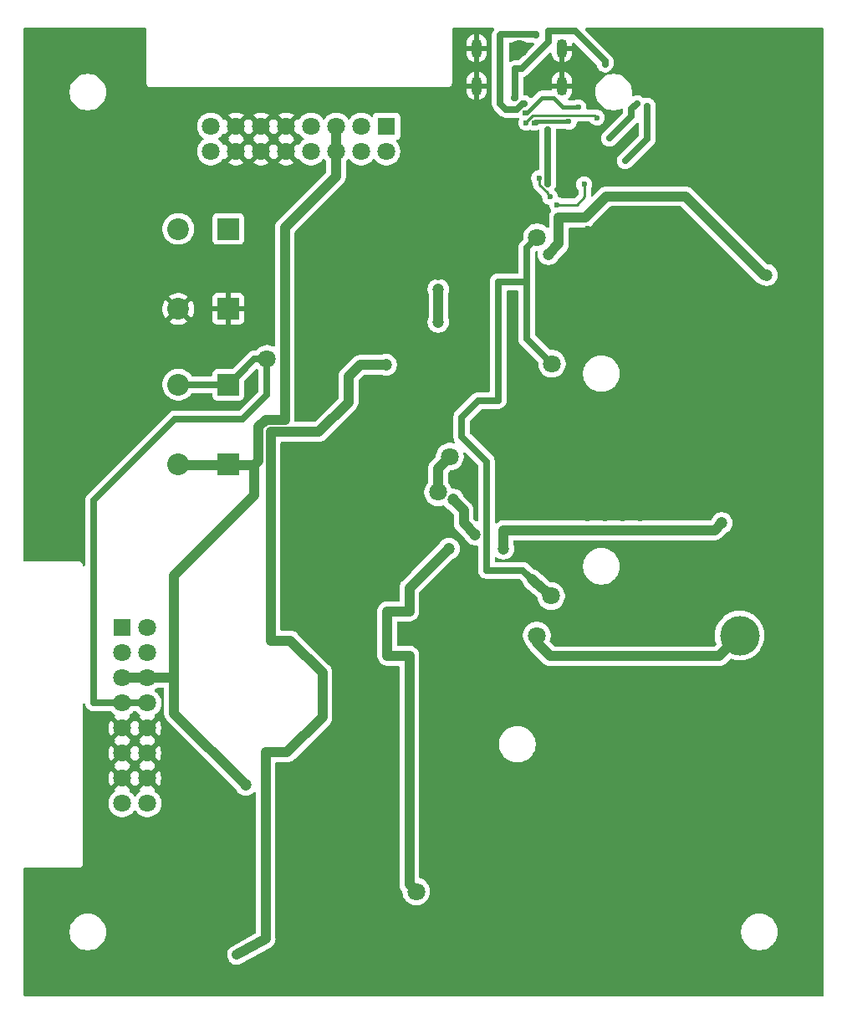
<source format=gbr>
%TF.GenerationSoftware,KiCad,Pcbnew,9.0.6*%
%TF.CreationDate,2026-02-04T05:23:12+09:00*%
%TF.ProjectId,zudo-pd,7a75646f-2d70-4642-9e6b-696361645f70,rev?*%
%TF.SameCoordinates,Original*%
%TF.FileFunction,Copper,L2,Bot*%
%TF.FilePolarity,Positive*%
%FSLAX46Y46*%
G04 Gerber Fmt 4.6, Leading zero omitted, Abs format (unit mm)*
G04 Created by KiCad (PCBNEW 9.0.6) date 2026-02-04 05:23:12*
%MOMM*%
%LPD*%
G01*
G04 APERTURE LIST*
%TA.AperFunction,ComponentPad*%
%ADD10O,1.100000X1.900000*%
%TD*%
%TA.AperFunction,ComponentPad*%
%ADD11R,2.200000X2.200000*%
%TD*%
%TA.AperFunction,ComponentPad*%
%ADD12C,2.200000*%
%TD*%
%TA.AperFunction,ComponentPad*%
%ADD13R,1.800000X1.780000*%
%TD*%
%TA.AperFunction,ComponentPad*%
%ADD14C,1.800000*%
%TD*%
%TA.AperFunction,ComponentPad*%
%ADD15R,1.780000X1.800000*%
%TD*%
%TA.AperFunction,ViaPad*%
%ADD16C,0.600000*%
%TD*%
%TA.AperFunction,ViaPad*%
%ADD17C,1.800000*%
%TD*%
%TA.AperFunction,ViaPad*%
%ADD18C,1.200000*%
%TD*%
%TA.AperFunction,ViaPad*%
%ADD19C,4.000000*%
%TD*%
%TA.AperFunction,ViaPad*%
%ADD20C,1.500000*%
%TD*%
%TA.AperFunction,Conductor*%
%ADD21C,0.700000*%
%TD*%
%TA.AperFunction,Conductor*%
%ADD22C,0.400000*%
%TD*%
%TA.AperFunction,Conductor*%
%ADD23C,1.000000*%
%TD*%
%TA.AperFunction,Conductor*%
%ADD24C,0.250000*%
%TD*%
G04 APERTURE END LIST*
D10*
%TO.P,J1,7,EH*%
%TO.N,GND rail*%
X49000000Y-6380000D03*
X49000000Y-2570000D03*
X40360000Y-6380000D03*
X40360000Y-2570000D03*
%TD*%
D11*
%TO.P,J9,1,1*%
%TO.N,GND rail*%
X15240000Y-28950000D03*
D12*
%TO.P,J9,2,2*%
X10160000Y-28950000D03*
%TD*%
D13*
%TO.P,J10,1,1*%
%TO.N,GATE rail*%
X4500000Y-61200000D03*
D14*
%TO.P,J10,2,2*%
X7040000Y-61200000D03*
%TO.P,J10,3,3*%
%TO.N,CV rail*%
X4500000Y-63740000D03*
%TO.P,J10,4,4*%
X7040000Y-63740000D03*
%TO.P,J10,5,5*%
%TO.N,+5V rail*%
X4500000Y-66280000D03*
%TO.P,J10,6,6*%
X7040000Y-66280000D03*
%TO.P,J10,7,7*%
%TO.N,+12V rail*%
X4500000Y-68820000D03*
%TO.P,J10,8,8*%
X7040000Y-68820000D03*
%TO.P,J10,9,9*%
%TO.N,GND rail*%
X4500000Y-71360000D03*
%TO.P,J10,10,10*%
X7040000Y-71360000D03*
%TO.P,J10,11,11*%
X4500000Y-73900000D03*
%TO.P,J10,12,12*%
X7040000Y-73900000D03*
%TO.P,J10,13,13*%
X4500000Y-76440000D03*
%TO.P,J10,14,14*%
X7040000Y-76440000D03*
%TO.P,J10,15,15*%
%TO.N,-12V rail*%
X4500000Y-78980000D03*
%TO.P,J10,16,16*%
X7040000Y-78980000D03*
%TD*%
%TO.P,J11,16,16*%
%TO.N,-12V rail*%
X13460000Y-13015000D03*
%TO.P,J11,15,15*%
X13460000Y-10475000D03*
%TO.P,J11,14,14*%
%TO.N,GND rail*%
X16000000Y-13015000D03*
%TO.P,J11,13,13*%
X16000000Y-10475000D03*
%TO.P,J11,12,12*%
X18540000Y-13015000D03*
%TO.P,J11,11,11*%
X18540000Y-10475000D03*
%TO.P,J11,10,10*%
X21080000Y-13015000D03*
%TO.P,J11,9,9*%
X21080000Y-10475000D03*
%TO.P,J11,8,8*%
%TO.N,+12V rail*%
X23620000Y-13015000D03*
%TO.P,J11,7,7*%
X23620000Y-10475000D03*
%TO.P,J11,6,6*%
%TO.N,+5V rail*%
X26160000Y-13015000D03*
%TO.P,J11,5,5*%
X26160000Y-10475000D03*
%TO.P,J11,4,4*%
%TO.N,CV rail*%
X28700000Y-13015000D03*
%TO.P,J11,3,3*%
X28700000Y-10475000D03*
%TO.P,J11,2,2*%
%TO.N,GATE rail*%
X31240000Y-13015000D03*
D15*
%TO.P,J11,1,1*%
X31240000Y-10475000D03*
%TD*%
D11*
%TO.P,J7,1,1*%
%TO.N,+12V rail*%
X15240000Y-36610000D03*
D12*
%TO.P,J7,2,2*%
X10160000Y-36610000D03*
%TD*%
D11*
%TO.P,J8,1,1*%
%TO.N,+5V rail*%
X15240000Y-44700000D03*
D12*
%TO.P,J8,2,2*%
X10160000Y-44700000D03*
%TD*%
D11*
%TO.P,J6,1,1*%
%TO.N,-12V rail*%
X15240000Y-20850000D03*
D12*
%TO.P,J6,2,2*%
X10160000Y-20850000D03*
%TD*%
D16*
%TO.N,GND rail*%
X55200000Y-28000000D03*
X53400000Y-28000000D03*
X55200000Y-26200000D03*
X53400000Y-26200000D03*
X51600000Y-29600000D03*
X51600000Y-28000000D03*
%TO.N,Net-(J1-CC1)*%
X46410000Y-1230000D03*
%TO.N,Net-(J1-CC2)*%
X53370000Y-4170000D03*
X56610000Y-8155794D03*
X53820000Y-11680000D03*
%TO.N,VBUS_IN*%
X45300000Y-9090000D03*
D17*
%TO.N,+12V rail*%
X19150000Y-34010000D03*
D18*
%TO.N,+5V rail*%
X16985000Y-77115000D03*
D16*
%TO.N,GND rail*%
X25400000Y-52400000D03*
D17*
X28500000Y-89500000D03*
D16*
X24800000Y-85400000D03*
X51600000Y-46800000D03*
X53400000Y-29600000D03*
D19*
X31200000Y-37700000D03*
D16*
X23600000Y-43600000D03*
X53400000Y-41400000D03*
X46000000Y-13300000D03*
X53400000Y-46800000D03*
X43900000Y-10100000D03*
X24800000Y-78200000D03*
D18*
X40300000Y-40950000D03*
D16*
X23600000Y-52400000D03*
X57000000Y-20800000D03*
X46000000Y-11800000D03*
X27200000Y-45400000D03*
X30200000Y-83600000D03*
D17*
X24675000Y-31925000D03*
D16*
X53400000Y-24400000D03*
X54900000Y-15500000D03*
D18*
X39500000Y-44750000D03*
D16*
X25400000Y-49000000D03*
X51600000Y-26200000D03*
X51600000Y-50200000D03*
X50370000Y-7150000D03*
X26600000Y-80000000D03*
D17*
X70500000Y-37000000D03*
D16*
X45300000Y-12500000D03*
D18*
X40000000Y-88000000D03*
D16*
X24800000Y-83600000D03*
X51600000Y-48600000D03*
X57000000Y-26200000D03*
D18*
X15740000Y-95860000D03*
D16*
X30200000Y-81800000D03*
D19*
X6350000Y-28950000D03*
D16*
X53400000Y-20800000D03*
X51600000Y-41400000D03*
X44500000Y-11800000D03*
X55200000Y-45000000D03*
X53400000Y-22600000D03*
X27200000Y-47200000D03*
X57000000Y-29600000D03*
X51650000Y-11700000D03*
X28400000Y-87000000D03*
D17*
X39000000Y-22100000D03*
D16*
X28400000Y-81800000D03*
X45300000Y-14000000D03*
X55200000Y-46800000D03*
X53400000Y-45000000D03*
X25400000Y-43600000D03*
D19*
X67800000Y-68300000D03*
D16*
X42100000Y-14100000D03*
X21800000Y-49000000D03*
X53400000Y-43200000D03*
X26600000Y-78200000D03*
X24800000Y-80000000D03*
D17*
X44650000Y-2620000D03*
D16*
X57000000Y-48600000D03*
X23600000Y-49000000D03*
X26600000Y-83600000D03*
X25400000Y-50800000D03*
X51600000Y-22600000D03*
X55200000Y-29600000D03*
X55200000Y-48600000D03*
X23600000Y-45400000D03*
X44500000Y-13300000D03*
X43800000Y-12500000D03*
X44500000Y-14000000D03*
X21800000Y-52400000D03*
X43800000Y-13300000D03*
X38660000Y-4270000D03*
X30200000Y-78200000D03*
X51600000Y-43200000D03*
X57000000Y-41400000D03*
X53400000Y-48600000D03*
D19*
X71500000Y-54000000D03*
D17*
X59000000Y-12900000D03*
D16*
X57000000Y-22600000D03*
X30200000Y-87000000D03*
D17*
X15240000Y-32500000D03*
D16*
X28400000Y-80000000D03*
X57000000Y-50200000D03*
X44500000Y-12500000D03*
D18*
X16980000Y-80370000D03*
D16*
X46000000Y-14000000D03*
X24800000Y-87000000D03*
D18*
X47250000Y-45750000D03*
D16*
X25400000Y-47200000D03*
D18*
X38500000Y-77000000D03*
D16*
X51600000Y-24400000D03*
X43800000Y-11800000D03*
D19*
X70500000Y-74500000D03*
D16*
X55200000Y-22600000D03*
X25400000Y-45400000D03*
D20*
X38560000Y-70000000D03*
D16*
X57000000Y-43200000D03*
D17*
X64000000Y-37000000D03*
D16*
X57000000Y-45000000D03*
X27200000Y-49000000D03*
X28400000Y-85400000D03*
X21800000Y-50800000D03*
D18*
X41500000Y-95000000D03*
D16*
X57000000Y-24400000D03*
X51600000Y-45000000D03*
X43800000Y-14000000D03*
X30200000Y-80000000D03*
D18*
X26000000Y-94302500D03*
D16*
X26600000Y-81800000D03*
X42100000Y-14800000D03*
X55200000Y-24400000D03*
X57000000Y-28000000D03*
D18*
X47050000Y-25975000D03*
D17*
X22500000Y-56250000D03*
D16*
X55200000Y-41400000D03*
D18*
X44000000Y-30000000D03*
D17*
X29000000Y-71000000D03*
D16*
X49850000Y-13803368D03*
X27200000Y-50800000D03*
X28400000Y-83600000D03*
D17*
X34260000Y-61852500D03*
D16*
X51600000Y-20800000D03*
D19*
X69500000Y-16500000D03*
D17*
X40500000Y-34000000D03*
D16*
X27200000Y-43600000D03*
X55200000Y-50200000D03*
X21800000Y-47200000D03*
D18*
X47250000Y-49500000D03*
D16*
X21800000Y-45400000D03*
X30200000Y-85400000D03*
X55200000Y-20800000D03*
X28400000Y-78200000D03*
X57000000Y-46800000D03*
D17*
X35380000Y-22670000D03*
D16*
X27200000Y-52400000D03*
D20*
X42500000Y-69262502D03*
D16*
X55200000Y-43200000D03*
X26600000Y-87000000D03*
X45300000Y-11800000D03*
X53400000Y-50200000D03*
X45300000Y-13300000D03*
X23600000Y-47200000D03*
X21800000Y-43600000D03*
D18*
X36500000Y-25452500D03*
D16*
X24800000Y-81800000D03*
X26600000Y-85400000D03*
X46000000Y-12500000D03*
X23600000Y-50800000D03*
D18*
%TO.N,/DC-DC Conversion/+7.5V OUT*%
X65200000Y-50632500D03*
X43100000Y-53202500D03*
D17*
%TO.N,/DC-DC Conversion/+13.5V OUT*%
X36460000Y-47502500D03*
X37660000Y-43902500D03*
D18*
%TO.N,/DC-DC Conversion/+7.5V OUT*%
X37560000Y-53202500D03*
D17*
X34250000Y-87900000D03*
D18*
%TO.N,Net-(U2-Feedback)*%
X36500000Y-26952500D03*
X36500000Y-30252500D03*
%TO.N,Net-(U3-Feedback)*%
X40210000Y-51750000D03*
X38000000Y-48250000D03*
%TO.N,Net-(D1-K)*%
X69750000Y-25500000D03*
X47660000Y-23402500D03*
D19*
%TO.N,Net-(D3-K)*%
X67000000Y-62000000D03*
D17*
X46460000Y-62002500D03*
D16*
%TO.N,Net-(J1-CC1)*%
X45180000Y-8180000D03*
%TO.N,Net-(J1-CC2)*%
X44180000Y-7610000D03*
%TO.N,Net-(LED2-A)*%
X16100000Y-94330000D03*
D18*
X31200000Y-34600000D03*
D16*
%TO.N,VBUS_IN*%
X47579500Y-16279500D03*
X47579500Y-10779500D03*
X50680000Y-8520000D03*
%TO.N,Net-(Q1-G)*%
X51250000Y-16350000D03*
X48500000Y-18400000D03*
%TO.N,Net-(U1-VBUS_EN_SNK)*%
X46700000Y-15700000D03*
X47800000Y-17600000D03*
%TO.N,Net-(U1-CC2)*%
X45400000Y-10100000D03*
X52560000Y-9590000D03*
%TO.N,Net-(U1-CC1)*%
X46200000Y-10100000D03*
X49700000Y-10000000D03*
%TO.N,+15V -> +13.5V gen*%
X55400000Y-13960000D03*
X57640000Y-8400000D03*
D17*
X46500000Y-21700000D03*
X47900000Y-58000000D03*
X48000000Y-34500000D03*
%TD*%
D21*
%TO.N,Net-(J1-CC1)*%
X42780000Y-8200000D02*
X43317504Y-8737504D01*
X44449000Y-8737504D02*
X45006504Y-8180000D01*
X43317504Y-8737504D02*
X44449000Y-8737504D01*
X45006504Y-8180000D02*
X45180000Y-8180000D01*
%TO.N,Net-(J1-CC2)*%
X47650000Y-1930000D02*
X47650000Y-851000D01*
X44180000Y-7610000D02*
X44220000Y-7570000D01*
X44220000Y-7570000D02*
X44220000Y-4670000D01*
X44220000Y-4670000D02*
X44910000Y-4670000D01*
X47650000Y-851000D02*
X50322000Y-851000D01*
X44910000Y-4670000D02*
X47650000Y-1930000D01*
X50322000Y-851000D02*
X53370000Y-3899000D01*
X53370000Y-3899000D02*
X53370000Y-4170000D01*
%TO.N,Net-(J1-CC1)*%
X46410000Y-1230000D02*
X46349000Y-1169000D01*
X42780000Y-1230000D02*
X42780000Y-8200000D01*
X46349000Y-1169000D02*
X42841000Y-1169000D01*
X42841000Y-1169000D02*
X42780000Y-1230000D01*
%TO.N,Net-(J1-CC2)*%
X56060000Y-8705794D02*
X56060000Y-9440000D01*
X56610000Y-8155794D02*
X56060000Y-8705794D01*
X56060000Y-9440000D02*
X53820000Y-11680000D01*
D22*
%TO.N,VBUS_IN*%
X50680000Y-8520000D02*
X49130000Y-8520000D01*
X49130000Y-8520000D02*
X48160000Y-7550000D01*
X48160000Y-7550000D02*
X46990000Y-7550000D01*
X46990000Y-7550000D02*
X45440000Y-9100000D01*
X45440000Y-9100000D02*
X45420000Y-9100000D01*
D23*
%TO.N,Net-(LED2-A)*%
X19000000Y-73810000D02*
X21190000Y-73810000D01*
X24750000Y-65750000D02*
X21500000Y-62500000D01*
X24400000Y-41400000D02*
X27400000Y-38400000D01*
X19500000Y-62500000D02*
X19500000Y-41400000D01*
X27400000Y-38400000D02*
X27400000Y-35780209D01*
X19000000Y-92700000D02*
X19000000Y-73810000D01*
X21190000Y-73810000D02*
X24750000Y-70250000D01*
X24750000Y-70250000D02*
X24750000Y-65750000D01*
X21500000Y-62500000D02*
X19500000Y-62500000D01*
X16100000Y-94330000D02*
X19000000Y-92700000D01*
X19500000Y-41400000D02*
X24400000Y-41400000D01*
X27400000Y-35780209D02*
X28580209Y-34600000D01*
X28580209Y-34600000D02*
X31200000Y-34600000D01*
D21*
%TO.N,+12V rail*%
X1580000Y-68800000D02*
X7060000Y-68800000D01*
X16700000Y-40100000D02*
X9820000Y-40100000D01*
X1580000Y-48340000D02*
X1580000Y-68800000D01*
X19150000Y-34010000D02*
X19150000Y-37650000D01*
X19150000Y-37650000D02*
X16700000Y-40100000D01*
X7070000Y-42850000D02*
X1580000Y-48340000D01*
X9820000Y-40100000D02*
X7070000Y-42850000D01*
X15250000Y-36600000D02*
X10030000Y-36600000D01*
X19150000Y-34010000D02*
X17880000Y-34010000D01*
X15270000Y-36620000D02*
X15250000Y-36600000D01*
X17880000Y-34010000D02*
X15270000Y-36620000D01*
D23*
%TO.N,+5V rail*%
X17860000Y-44770000D02*
X18299000Y-44331000D01*
X20950000Y-40199000D02*
X20950000Y-20730000D01*
X18299000Y-44331000D02*
X18299000Y-40902530D01*
X18299000Y-40902530D02*
X19002530Y-40199000D01*
X19002530Y-40199000D02*
X20950000Y-40199000D01*
X20950000Y-20730000D02*
X26140000Y-15540000D01*
X26140000Y-15540000D02*
X26140000Y-10590000D01*
X26140000Y-10590000D02*
X26250000Y-10480000D01*
X10090000Y-44770000D02*
X10030000Y-44710000D01*
X17860000Y-44770000D02*
X10090000Y-44770000D01*
X17860000Y-47850000D02*
X17860000Y-44770000D01*
X9740000Y-55970000D02*
X17860000Y-47850000D01*
X9740000Y-66270000D02*
X9740000Y-55970000D01*
X9740000Y-66270000D02*
X4580000Y-66270000D01*
X4540000Y-66270000D02*
X4480000Y-66330000D01*
X16985000Y-77115000D02*
X9740000Y-69870000D01*
X9740000Y-69870000D02*
X9740000Y-66270000D01*
%TO.N,/DC-DC Conversion/+7.5V OUT*%
X64482500Y-51350000D02*
X43100000Y-51350000D01*
X65200000Y-50632500D02*
X64482500Y-51350000D01*
X43100000Y-51350000D02*
X43100000Y-53202500D01*
D21*
%TO.N,+15V -> +13.5V gen*%
X45460000Y-26150000D02*
X45407500Y-26202500D01*
X41360000Y-44402500D02*
X41360000Y-55402500D01*
X42560000Y-26202500D02*
X42560000Y-38202500D01*
X38860000Y-41902500D02*
X41360000Y-44402500D01*
X40560000Y-38202500D02*
X38860000Y-39902500D01*
X42560000Y-38202500D02*
X40560000Y-38202500D01*
X45407500Y-26202500D02*
X42560000Y-26202500D01*
X41360000Y-55402500D02*
X45060000Y-55402500D01*
X38860000Y-39902500D02*
X38860000Y-41902500D01*
X45060000Y-55402500D02*
X45960000Y-56302500D01*
D23*
X47900000Y-58000000D02*
X46260000Y-56602500D01*
X46260000Y-56602500D02*
X45960000Y-56302500D01*
%TO.N,/DC-DC Conversion/+13.5V OUT*%
X36460000Y-45102500D02*
X37660000Y-43902500D01*
X36460000Y-47502500D02*
X36460000Y-45102500D01*
%TO.N,/DC-DC Conversion/+7.5V OUT*%
X31310000Y-59552500D02*
X33560000Y-59552500D01*
X33560000Y-87210000D02*
X33560000Y-64052500D01*
X31310000Y-64052500D02*
X31310000Y-59552500D01*
X33560000Y-64052500D02*
X31310000Y-64052500D01*
X33560000Y-59552500D02*
X33560000Y-57202500D01*
X34250000Y-87900000D02*
X33560000Y-87210000D01*
X33560000Y-57202500D02*
X37560000Y-53202500D01*
%TO.N,Net-(U2-Feedback)*%
X36500000Y-26952500D02*
X36500000Y-30252500D01*
%TO.N,Net-(U3-Feedback)*%
X39060000Y-50600000D02*
X39060000Y-49310000D01*
X40210000Y-51750000D02*
X39060000Y-50600000D01*
X39060000Y-49310000D02*
X38000000Y-48250000D01*
%TO.N,Net-(D1-K)*%
X48700000Y-22362500D02*
X47660000Y-23402500D01*
X48700000Y-19702500D02*
X48700000Y-22362500D01*
X61530000Y-17552500D02*
X53530000Y-17552500D01*
X69480000Y-25502500D02*
X61530000Y-17552500D01*
X53530000Y-17552500D02*
X51380000Y-19702500D01*
X51380000Y-19702500D02*
X48700000Y-19702500D01*
%TO.N,Net-(D3-K)*%
X46460000Y-62702500D02*
X47860000Y-64102500D01*
X46460000Y-62002500D02*
X46460000Y-62702500D01*
X47860000Y-64102500D02*
X64897500Y-64102500D01*
X64897500Y-64102500D02*
X67000000Y-62000000D01*
%TO.N,+12V rail*%
X15240000Y-36610000D02*
X15100000Y-36750000D01*
D21*
%TO.N,VBUS_IN*%
X47579500Y-10779500D02*
X47579500Y-16279500D01*
D24*
%TO.N,Net-(Q1-G)*%
X51250000Y-16350000D02*
X51300000Y-16400000D01*
X50500000Y-18400000D02*
X48500000Y-18400000D01*
X51300000Y-17600000D02*
X50500000Y-18400000D01*
X51300000Y-16400000D02*
X51300000Y-17600000D01*
%TO.N,Net-(U1-VBUS_EN_SNK)*%
X46700000Y-16356008D02*
X47543992Y-17200000D01*
X47543992Y-17200000D02*
X47543992Y-17343992D01*
X46700000Y-15700000D02*
X46700000Y-16356008D01*
X47543992Y-17343992D02*
X47800000Y-17600000D01*
%TO.N,Net-(U1-CC2)*%
X46040702Y-9374000D02*
X52344000Y-9374000D01*
X52344000Y-9374000D02*
X52560000Y-9590000D01*
X45400000Y-10014702D02*
X46040702Y-9374000D01*
X45400000Y-10100000D02*
X45400000Y-10014702D01*
D22*
%TO.N,Net-(U1-CC1)*%
X49700000Y-10000000D02*
X46300000Y-10000000D01*
X46300000Y-10000000D02*
X46200000Y-10100000D01*
X46400000Y-10100000D02*
X46200000Y-10100000D01*
D21*
%TO.N,+15V -> +13.5V gen*%
X45460000Y-26150000D02*
X45460000Y-22740000D01*
X57640000Y-11720000D02*
X55400000Y-13960000D01*
X48000000Y-34500000D02*
X45460000Y-31960000D01*
X57640000Y-8400000D02*
X57640000Y-11720000D01*
X45460000Y-31960000D02*
X45460000Y-26150000D01*
X45460000Y-22740000D02*
X46500000Y-21700000D01*
%TD*%
%TA.AperFunction,Conductor*%
%TO.N,GND rail*%
G36*
X6842539Y-520185D02*
G01*
X6888294Y-572989D01*
X6899500Y-624500D01*
X6899500Y-6065891D01*
X6933608Y-6193187D01*
X6966554Y-6250250D01*
X6999500Y-6307314D01*
X7092686Y-6400500D01*
X7206814Y-6466392D01*
X7334108Y-6500500D01*
X7334110Y-6500500D01*
X37465890Y-6500500D01*
X37465892Y-6500500D01*
X37593186Y-6466392D01*
X37707314Y-6400500D01*
X37800500Y-6307314D01*
X37866392Y-6193186D01*
X37900500Y-6065892D01*
X37900500Y-5876579D01*
X39310000Y-5876579D01*
X39310000Y-6130000D01*
X40009988Y-6130000D01*
X40009988Y-6630000D01*
X39310000Y-6630000D01*
X39310000Y-6883420D01*
X39350348Y-7086266D01*
X39350350Y-7086274D01*
X39429500Y-7277358D01*
X39429505Y-7277368D01*
X39544410Y-7449335D01*
X39544413Y-7449339D01*
X39690660Y-7595586D01*
X39690664Y-7595589D01*
X39862631Y-7710494D01*
X39862641Y-7710499D01*
X40053723Y-7789648D01*
X40053725Y-7789649D01*
X40110000Y-7800842D01*
X40110000Y-7024990D01*
X40145088Y-7060078D01*
X40224901Y-7106158D01*
X40313920Y-7130011D01*
X40406080Y-7130011D01*
X40495099Y-7106158D01*
X40574912Y-7060078D01*
X40610000Y-7024990D01*
X40610000Y-7800842D01*
X40666274Y-7789649D01*
X40666276Y-7789648D01*
X40857358Y-7710499D01*
X40857368Y-7710494D01*
X41029335Y-7595589D01*
X41029339Y-7595586D01*
X41175586Y-7449339D01*
X41175589Y-7449335D01*
X41290494Y-7277368D01*
X41290499Y-7277358D01*
X41369649Y-7086274D01*
X41369651Y-7086266D01*
X41409999Y-6883420D01*
X41410000Y-6883417D01*
X41410000Y-6630000D01*
X40710012Y-6630000D01*
X40710012Y-6130000D01*
X41410000Y-6130000D01*
X41410000Y-5876583D01*
X41409999Y-5876579D01*
X41369651Y-5673733D01*
X41369649Y-5673725D01*
X41290499Y-5482641D01*
X41290494Y-5482631D01*
X41175589Y-5310664D01*
X41175586Y-5310660D01*
X41029339Y-5164413D01*
X41029335Y-5164410D01*
X40857368Y-5049505D01*
X40857358Y-5049500D01*
X40666272Y-4970349D01*
X40666267Y-4970347D01*
X40610000Y-4959155D01*
X40610000Y-5735010D01*
X40574912Y-5699922D01*
X40495099Y-5653842D01*
X40406080Y-5629989D01*
X40313920Y-5629989D01*
X40224901Y-5653842D01*
X40145088Y-5699922D01*
X40110000Y-5735010D01*
X40110000Y-4959156D01*
X40109999Y-4959155D01*
X40053732Y-4970347D01*
X40053727Y-4970349D01*
X39862641Y-5049500D01*
X39862631Y-5049505D01*
X39690664Y-5164410D01*
X39690660Y-5164413D01*
X39544413Y-5310660D01*
X39544410Y-5310664D01*
X39429505Y-5482631D01*
X39429500Y-5482641D01*
X39350350Y-5673725D01*
X39350348Y-5673733D01*
X39310000Y-5876579D01*
X37900500Y-5876579D01*
X37900500Y-2066579D01*
X39310000Y-2066579D01*
X39310000Y-2320000D01*
X40009988Y-2320000D01*
X40009988Y-2820000D01*
X39310000Y-2820000D01*
X39310000Y-3073420D01*
X39350348Y-3276266D01*
X39350350Y-3276274D01*
X39429500Y-3467358D01*
X39429505Y-3467368D01*
X39544410Y-3639335D01*
X39544413Y-3639339D01*
X39690660Y-3785586D01*
X39690664Y-3785589D01*
X39862631Y-3900494D01*
X39862641Y-3900499D01*
X40053723Y-3979648D01*
X40053725Y-3979649D01*
X40110000Y-3990842D01*
X40110000Y-3214990D01*
X40145088Y-3250078D01*
X40224901Y-3296158D01*
X40313920Y-3320011D01*
X40406080Y-3320011D01*
X40495099Y-3296158D01*
X40574912Y-3250078D01*
X40610000Y-3214990D01*
X40610000Y-3990842D01*
X40666274Y-3979649D01*
X40666276Y-3979648D01*
X40857358Y-3900499D01*
X40857368Y-3900494D01*
X41029335Y-3785589D01*
X41029339Y-3785586D01*
X41175586Y-3639339D01*
X41175589Y-3639335D01*
X41290494Y-3467368D01*
X41290499Y-3467358D01*
X41369649Y-3276274D01*
X41369651Y-3276266D01*
X41409999Y-3073420D01*
X41410000Y-3073417D01*
X41410000Y-2820000D01*
X40710012Y-2820000D01*
X40710012Y-2320000D01*
X41410000Y-2320000D01*
X41410000Y-2066583D01*
X41409999Y-2066579D01*
X41369651Y-1863733D01*
X41369649Y-1863725D01*
X41290499Y-1672641D01*
X41290494Y-1672631D01*
X41175589Y-1500664D01*
X41175586Y-1500660D01*
X41029339Y-1354413D01*
X41029335Y-1354410D01*
X40857368Y-1239505D01*
X40857358Y-1239500D01*
X40666272Y-1160349D01*
X40666267Y-1160347D01*
X40610000Y-1149155D01*
X40610000Y-1925010D01*
X40574912Y-1889922D01*
X40495099Y-1843842D01*
X40406080Y-1819989D01*
X40313920Y-1819989D01*
X40224901Y-1843842D01*
X40145088Y-1889922D01*
X40110000Y-1925010D01*
X40110000Y-1149156D01*
X40109999Y-1149155D01*
X40053732Y-1160347D01*
X40053727Y-1160349D01*
X39862641Y-1239500D01*
X39862631Y-1239505D01*
X39690664Y-1354410D01*
X39690660Y-1354413D01*
X39544413Y-1500660D01*
X39544410Y-1500664D01*
X39429505Y-1672631D01*
X39429500Y-1672641D01*
X39350350Y-1863725D01*
X39350348Y-1863733D01*
X39310000Y-2066579D01*
X37900500Y-2066579D01*
X37900500Y-624500D01*
X37920185Y-557461D01*
X37972989Y-511706D01*
X38024500Y-500500D01*
X42012560Y-500500D01*
X42079599Y-520185D01*
X42125354Y-572989D01*
X42135298Y-642147D01*
X42115662Y-693391D01*
X42026299Y-827130D01*
X42026292Y-827143D01*
X41987451Y-920917D01*
X41962185Y-981913D01*
X41962182Y-981925D01*
X41929500Y-1146228D01*
X41929500Y-8283771D01*
X41962182Y-8448075D01*
X41962184Y-8448081D01*
X41967328Y-8460499D01*
X41967329Y-8460503D01*
X42026296Y-8602863D01*
X42026297Y-8602866D01*
X42119372Y-8742161D01*
X42119375Y-8742165D01*
X42656878Y-9279666D01*
X42733710Y-9356498D01*
X42775343Y-9398131D01*
X42807869Y-9419864D01*
X42914641Y-9491207D01*
X43069422Y-9555320D01*
X43229303Y-9587122D01*
X43233732Y-9588003D01*
X43233736Y-9588004D01*
X43233737Y-9588004D01*
X44532766Y-9588004D01*
X44532767Y-9588004D01*
X44537200Y-9587122D01*
X44606791Y-9593348D01*
X44661970Y-9636209D01*
X44685216Y-9702098D01*
X44675955Y-9756191D01*
X44630264Y-9866498D01*
X44630261Y-9866510D01*
X44599500Y-10021153D01*
X44599500Y-10178846D01*
X44630261Y-10333489D01*
X44630264Y-10333501D01*
X44690602Y-10479172D01*
X44690609Y-10479185D01*
X44778210Y-10610288D01*
X44778213Y-10610292D01*
X44889707Y-10721786D01*
X44889711Y-10721789D01*
X45020814Y-10809390D01*
X45020827Y-10809397D01*
X45166498Y-10869735D01*
X45166503Y-10869737D01*
X45321153Y-10900499D01*
X45321156Y-10900500D01*
X45321158Y-10900500D01*
X45478844Y-10900500D01*
X45478845Y-10900499D01*
X45633497Y-10869737D01*
X45752548Y-10820425D01*
X45822017Y-10812956D01*
X45847452Y-10820425D01*
X45966498Y-10869735D01*
X45966503Y-10869737D01*
X46121153Y-10900499D01*
X46121156Y-10900500D01*
X46121158Y-10900500D01*
X46278844Y-10900500D01*
X46278845Y-10900499D01*
X46433497Y-10869737D01*
X46552548Y-10820425D01*
X46557548Y-10818354D01*
X46627017Y-10810885D01*
X46689496Y-10842160D01*
X46725148Y-10902249D01*
X46729000Y-10932915D01*
X46729000Y-14776491D01*
X46709315Y-14843530D01*
X46656511Y-14889285D01*
X46626923Y-14897262D01*
X46627132Y-14898311D01*
X46466510Y-14930261D01*
X46466498Y-14930264D01*
X46320827Y-14990602D01*
X46320814Y-14990609D01*
X46189711Y-15078210D01*
X46189707Y-15078213D01*
X46078213Y-15189707D01*
X46078210Y-15189711D01*
X45990609Y-15320814D01*
X45990602Y-15320827D01*
X45930264Y-15466498D01*
X45930261Y-15466510D01*
X45899500Y-15621153D01*
X45899500Y-15778846D01*
X45930261Y-15933489D01*
X45930264Y-15933501D01*
X45990602Y-16079172D01*
X45990609Y-16079184D01*
X46053602Y-16173459D01*
X46074480Y-16240136D01*
X46074500Y-16242350D01*
X46074500Y-16417619D01*
X46098535Y-16538452D01*
X46098540Y-16538469D01*
X46145685Y-16652288D01*
X46145687Y-16652291D01*
X46145688Y-16652294D01*
X46179915Y-16703517D01*
X46214142Y-16754741D01*
X46301267Y-16841866D01*
X46301270Y-16841868D01*
X46308554Y-16849152D01*
X46905175Y-17445773D01*
X46938660Y-17507096D01*
X46939111Y-17509263D01*
X46942527Y-17526436D01*
X46942529Y-17526444D01*
X46956339Y-17559784D01*
X46956339Y-17559785D01*
X46990541Y-17642358D01*
X46998189Y-17672892D01*
X46998311Y-17672868D01*
X46998801Y-17675332D01*
X46999383Y-17677655D01*
X46999500Y-17678847D01*
X47030261Y-17833489D01*
X47030264Y-17833501D01*
X47090602Y-17979172D01*
X47090609Y-17979185D01*
X47178210Y-18110288D01*
X47178213Y-18110292D01*
X47289707Y-18221786D01*
X47289711Y-18221789D01*
X47420814Y-18309390D01*
X47420827Y-18309397D01*
X47508230Y-18345599D01*
X47566503Y-18369737D01*
X47576990Y-18371823D01*
X47601120Y-18376623D01*
X47663031Y-18409008D01*
X47697605Y-18469724D01*
X47698545Y-18474048D01*
X47730261Y-18633491D01*
X47730264Y-18633501D01*
X47790602Y-18779172D01*
X47790609Y-18779185D01*
X47878210Y-18910288D01*
X47878213Y-18910292D01*
X47894873Y-18926952D01*
X47928358Y-18988275D01*
X47923374Y-19057967D01*
X47910294Y-19083523D01*
X47813374Y-19228574D01*
X47813364Y-19228592D01*
X47737950Y-19410660D01*
X47737947Y-19410670D01*
X47699500Y-19603956D01*
X47699500Y-20619531D01*
X47679815Y-20686570D01*
X47627011Y-20732325D01*
X47557853Y-20742269D01*
X47494297Y-20713244D01*
X47487819Y-20707212D01*
X47412363Y-20631756D01*
X47412358Y-20631752D01*
X47234025Y-20502187D01*
X47234024Y-20502186D01*
X47234022Y-20502185D01*
X47171096Y-20470122D01*
X47037606Y-20402104D01*
X47037603Y-20402103D01*
X46827952Y-20333985D01*
X46719086Y-20316742D01*
X46610222Y-20299500D01*
X46389778Y-20299500D01*
X46317201Y-20310995D01*
X46172047Y-20333985D01*
X45962396Y-20402103D01*
X45962393Y-20402104D01*
X45765974Y-20502187D01*
X45587641Y-20631752D01*
X45587636Y-20631756D01*
X45431756Y-20787636D01*
X45431752Y-20787641D01*
X45302187Y-20965974D01*
X45202104Y-21162393D01*
X45202103Y-21162396D01*
X45133985Y-21372047D01*
X45099500Y-21589778D01*
X45099500Y-21810226D01*
X45101578Y-21823349D01*
X45092621Y-21892642D01*
X45066785Y-21930424D01*
X44799375Y-22197834D01*
X44799372Y-22197838D01*
X44706297Y-22337133D01*
X44661995Y-22444090D01*
X44642185Y-22491913D01*
X44642182Y-22491925D01*
X44609500Y-22656228D01*
X44609500Y-25228000D01*
X44589815Y-25295039D01*
X44537011Y-25340794D01*
X44485500Y-25352000D01*
X42476228Y-25352000D01*
X42311925Y-25384682D01*
X42311917Y-25384684D01*
X42157139Y-25448795D01*
X42017837Y-25541873D01*
X41899373Y-25660337D01*
X41806295Y-25799639D01*
X41742184Y-25954417D01*
X41742182Y-25954425D01*
X41709500Y-26118728D01*
X41709500Y-37228000D01*
X41689815Y-37295039D01*
X41637011Y-37340794D01*
X41585500Y-37352000D01*
X40476228Y-37352000D01*
X40311925Y-37384682D01*
X40311913Y-37384685D01*
X40266583Y-37403462D01*
X40157143Y-37448792D01*
X40017831Y-37541879D01*
X40017830Y-37541880D01*
X38199375Y-39360334D01*
X38199372Y-39360338D01*
X38106297Y-39499633D01*
X38082188Y-39557839D01*
X38042185Y-39654413D01*
X38042182Y-39654425D01*
X38009500Y-39818728D01*
X38009500Y-41986271D01*
X38042181Y-42150574D01*
X38042184Y-42150583D01*
X38058252Y-42189374D01*
X38106292Y-42305356D01*
X38106298Y-42305367D01*
X38137705Y-42352371D01*
X38158582Y-42419048D01*
X38140097Y-42486428D01*
X38088118Y-42533118D01*
X38019148Y-42544294D01*
X37996286Y-42539193D01*
X37987950Y-42536484D01*
X37804706Y-42507461D01*
X37770222Y-42502000D01*
X37549778Y-42502000D01*
X37477201Y-42513495D01*
X37332047Y-42536485D01*
X37122396Y-42604603D01*
X37122393Y-42604604D01*
X36925974Y-42704687D01*
X36747641Y-42834252D01*
X36747636Y-42834256D01*
X36591756Y-42990136D01*
X36591752Y-42990141D01*
X36462187Y-43168474D01*
X36362104Y-43364893D01*
X36362103Y-43364896D01*
X36293985Y-43574547D01*
X36259500Y-43792278D01*
X36259500Y-43836717D01*
X36239815Y-43903756D01*
X36223181Y-43924398D01*
X35822220Y-44325359D01*
X35822218Y-44325361D01*
X35752538Y-44395040D01*
X35682859Y-44464719D01*
X35573371Y-44628579D01*
X35573366Y-44628589D01*
X35538892Y-44711815D01*
X35521093Y-44754789D01*
X35520038Y-44757335D01*
X35497949Y-44810660D01*
X35497113Y-44814865D01*
X35494906Y-44825962D01*
X35494906Y-44825963D01*
X35459500Y-45003956D01*
X35459500Y-46471031D01*
X35439815Y-46538070D01*
X35423181Y-46558712D01*
X35391756Y-46590136D01*
X35391752Y-46590141D01*
X35262187Y-46768474D01*
X35162104Y-46964893D01*
X35162103Y-46964896D01*
X35093985Y-47174547D01*
X35059500Y-47392278D01*
X35059500Y-47612721D01*
X35093985Y-47830452D01*
X35162103Y-48040103D01*
X35162104Y-48040106D01*
X35262187Y-48236525D01*
X35391752Y-48414858D01*
X35391756Y-48414863D01*
X35547636Y-48570743D01*
X35547641Y-48570747D01*
X35687307Y-48672219D01*
X35725978Y-48700315D01*
X35854375Y-48765737D01*
X35922393Y-48800395D01*
X35922396Y-48800396D01*
X36027221Y-48834455D01*
X36132049Y-48868515D01*
X36349778Y-48903000D01*
X36349779Y-48903000D01*
X36570221Y-48903000D01*
X36570222Y-48903000D01*
X36787951Y-48868515D01*
X36945894Y-48817196D01*
X37015733Y-48815202D01*
X37075566Y-48851282D01*
X37084524Y-48862239D01*
X37160586Y-48966928D01*
X37283072Y-49089414D01*
X37388177Y-49165777D01*
X37423213Y-49191233D01*
X37462904Y-49211456D01*
X37577555Y-49269873D01*
X37589824Y-49273859D01*
X37639190Y-49304110D01*
X38023181Y-49688101D01*
X38056666Y-49749424D01*
X38059500Y-49775782D01*
X38059500Y-50698541D01*
X38059500Y-50698543D01*
X38059499Y-50698543D01*
X38097947Y-50891829D01*
X38097950Y-50891839D01*
X38173364Y-51073907D01*
X38173371Y-51073920D01*
X38282859Y-51237780D01*
X38282860Y-51237781D01*
X38282861Y-51237782D01*
X38422218Y-51377139D01*
X38422219Y-51377139D01*
X38429286Y-51384206D01*
X38429285Y-51384206D01*
X38429289Y-51384209D01*
X39155889Y-52110810D01*
X39186137Y-52160167D01*
X39190127Y-52172445D01*
X39268768Y-52326788D01*
X39370586Y-52466928D01*
X39493072Y-52589414D01*
X39633212Y-52691232D01*
X39787555Y-52769873D01*
X39952299Y-52823402D01*
X40123389Y-52850500D01*
X40123390Y-52850500D01*
X40296609Y-52850500D01*
X40296611Y-52850500D01*
X40366103Y-52839493D01*
X40435395Y-52848447D01*
X40488847Y-52893443D01*
X40509487Y-52960194D01*
X40509500Y-52961966D01*
X40509500Y-55486271D01*
X40542182Y-55650574D01*
X40542184Y-55650582D01*
X40606295Y-55805360D01*
X40699373Y-55944662D01*
X40817837Y-56063126D01*
X40910494Y-56125037D01*
X40957137Y-56156203D01*
X41111918Y-56220316D01*
X41276228Y-56252999D01*
X41276232Y-56253000D01*
X41276233Y-56253000D01*
X44656349Y-56253000D01*
X44723388Y-56272685D01*
X44744030Y-56289319D01*
X44958663Y-56503951D01*
X44992148Y-56565274D01*
X44992588Y-56567385D01*
X44993085Y-56569881D01*
X44997949Y-56594336D01*
X45073367Y-56776410D01*
X45073372Y-56776420D01*
X45182860Y-56940280D01*
X45182863Y-56940284D01*
X45346534Y-57103954D01*
X45511217Y-57268637D01*
X45536082Y-57300105D01*
X45580737Y-57338157D01*
X45622214Y-57379634D01*
X45622214Y-57379635D01*
X45622217Y-57379637D01*
X45622219Y-57379639D01*
X45649548Y-57397899D01*
X45661070Y-57406611D01*
X45726535Y-57462396D01*
X46466605Y-58093036D01*
X46504864Y-58151500D01*
X46508653Y-58168018D01*
X46533985Y-58327952D01*
X46602103Y-58537603D01*
X46602104Y-58537606D01*
X46702187Y-58734025D01*
X46831752Y-58912358D01*
X46831756Y-58912363D01*
X46987636Y-59068243D01*
X46987641Y-59068247D01*
X47143192Y-59181260D01*
X47165978Y-59197815D01*
X47289317Y-59260660D01*
X47362393Y-59297895D01*
X47362396Y-59297896D01*
X47467221Y-59331955D01*
X47572049Y-59366015D01*
X47789778Y-59400500D01*
X47789779Y-59400500D01*
X48010221Y-59400500D01*
X48010222Y-59400500D01*
X48227951Y-59366015D01*
X48437606Y-59297895D01*
X48634022Y-59197815D01*
X48812365Y-59068242D01*
X48968242Y-58912365D01*
X49097815Y-58734022D01*
X49197895Y-58537606D01*
X49266015Y-58327951D01*
X49300500Y-58110222D01*
X49300500Y-57889778D01*
X49266015Y-57672049D01*
X49197895Y-57462394D01*
X49197895Y-57462393D01*
X49134592Y-57338157D01*
X49097815Y-57265978D01*
X49081260Y-57243192D01*
X48968247Y-57087641D01*
X48968243Y-57087636D01*
X48812363Y-56931756D01*
X48812358Y-56931752D01*
X48634025Y-56802187D01*
X48634024Y-56802186D01*
X48634022Y-56802185D01*
X48543482Y-56756052D01*
X48437606Y-56702104D01*
X48437603Y-56702103D01*
X48227952Y-56633985D01*
X48119086Y-56616742D01*
X48010222Y-56599500D01*
X48010221Y-56599500D01*
X47844721Y-56599500D01*
X47777682Y-56579815D01*
X47764296Y-56569881D01*
X47758238Y-56564719D01*
X46943017Y-55870041D01*
X46935761Y-55863341D01*
X46597784Y-55525363D01*
X46597780Y-55525360D01*
X46433920Y-55415872D01*
X46433910Y-55415867D01*
X46251836Y-55340449D01*
X46224940Y-55335099D01*
X46163030Y-55302715D01*
X46161451Y-55301163D01*
X45822623Y-54962334D01*
X45739000Y-54878711D01*
X51149500Y-54878711D01*
X51149500Y-55121288D01*
X51181161Y-55361785D01*
X51243947Y-55596104D01*
X51330624Y-55805360D01*
X51336776Y-55820212D01*
X51458064Y-56030289D01*
X51458066Y-56030292D01*
X51458067Y-56030293D01*
X51605733Y-56222736D01*
X51605739Y-56222743D01*
X51777256Y-56394260D01*
X51777263Y-56394266D01*
X51817787Y-56425361D01*
X51969711Y-56541936D01*
X52179788Y-56663224D01*
X52403900Y-56756054D01*
X52638211Y-56818838D01*
X52818586Y-56842584D01*
X52878711Y-56850500D01*
X52878712Y-56850500D01*
X53121289Y-56850500D01*
X53169388Y-56844167D01*
X53361789Y-56818838D01*
X53596100Y-56756054D01*
X53820212Y-56663224D01*
X54030289Y-56541936D01*
X54222738Y-56394265D01*
X54394265Y-56222738D01*
X54541936Y-56030289D01*
X54663224Y-55820212D01*
X54756054Y-55596100D01*
X54818838Y-55361789D01*
X54850500Y-55121288D01*
X54850500Y-54878712D01*
X54818838Y-54638211D01*
X54756054Y-54403900D01*
X54663224Y-54179788D01*
X54541936Y-53969711D01*
X54394265Y-53777262D01*
X54394260Y-53777256D01*
X54222743Y-53605739D01*
X54222736Y-53605733D01*
X54030293Y-53458067D01*
X54030292Y-53458066D01*
X54030289Y-53458064D01*
X53820212Y-53336776D01*
X53820205Y-53336773D01*
X53596104Y-53243947D01*
X53361785Y-53181161D01*
X53121289Y-53149500D01*
X53121288Y-53149500D01*
X52878712Y-53149500D01*
X52878711Y-53149500D01*
X52638214Y-53181161D01*
X52403895Y-53243947D01*
X52179794Y-53336773D01*
X52179785Y-53336777D01*
X51969706Y-53458067D01*
X51777263Y-53605733D01*
X51777256Y-53605739D01*
X51605739Y-53777256D01*
X51605733Y-53777263D01*
X51458067Y-53969706D01*
X51336777Y-54179785D01*
X51336773Y-54179794D01*
X51243947Y-54403895D01*
X51181161Y-54638214D01*
X51149500Y-54878711D01*
X45739000Y-54878711D01*
X45602165Y-54741875D01*
X45602161Y-54741872D01*
X45462866Y-54648797D01*
X45462863Y-54648796D01*
X45353416Y-54603462D01*
X45353414Y-54603461D01*
X45308086Y-54584685D01*
X45308074Y-54584682D01*
X45143771Y-54552000D01*
X45143767Y-54552000D01*
X42334500Y-54552000D01*
X42267461Y-54532315D01*
X42221706Y-54479511D01*
X42210500Y-54428000D01*
X42210500Y-54159896D01*
X42230185Y-54092857D01*
X42282989Y-54047102D01*
X42352147Y-54037158D01*
X42407382Y-54059576D01*
X42523212Y-54143732D01*
X42677555Y-54222373D01*
X42842299Y-54275902D01*
X43013389Y-54303000D01*
X43013390Y-54303000D01*
X43186610Y-54303000D01*
X43186611Y-54303000D01*
X43357701Y-54275902D01*
X43522445Y-54222373D01*
X43676788Y-54143732D01*
X43816928Y-54041914D01*
X43939414Y-53919428D01*
X44041232Y-53779288D01*
X44119873Y-53624945D01*
X44173402Y-53460201D01*
X44200500Y-53289111D01*
X44200500Y-53115889D01*
X44173402Y-52944799D01*
X44119873Y-52780055D01*
X44119871Y-52780052D01*
X44119871Y-52780050D01*
X44114016Y-52768559D01*
X44110894Y-52755555D01*
X44105523Y-52747198D01*
X44100500Y-52712263D01*
X44100500Y-52474500D01*
X44120185Y-52407461D01*
X44172989Y-52361706D01*
X44224500Y-52350500D01*
X64581043Y-52350500D01*
X64624736Y-52341808D01*
X64700248Y-52326788D01*
X64774336Y-52312051D01*
X64827665Y-52289961D01*
X64956414Y-52236632D01*
X65120282Y-52127139D01*
X65259639Y-51987782D01*
X65259640Y-51987779D01*
X65266706Y-51980714D01*
X65266709Y-51980710D01*
X65560810Y-51686608D01*
X65610176Y-51656359D01*
X65622445Y-51652373D01*
X65776788Y-51573732D01*
X65916928Y-51471914D01*
X66039414Y-51349428D01*
X66141232Y-51209288D01*
X66219873Y-51054945D01*
X66273402Y-50890201D01*
X66300500Y-50719111D01*
X66300500Y-50545889D01*
X66273402Y-50374799D01*
X66219873Y-50210055D01*
X66141232Y-50055712D01*
X66039414Y-49915572D01*
X65916928Y-49793086D01*
X65776788Y-49691268D01*
X65622445Y-49612627D01*
X65457701Y-49559098D01*
X65457699Y-49559097D01*
X65457698Y-49559097D01*
X65326271Y-49538281D01*
X65286611Y-49532000D01*
X65113389Y-49532000D01*
X65073728Y-49538281D01*
X64942302Y-49559097D01*
X64777552Y-49612628D01*
X64623211Y-49691268D01*
X64577582Y-49724420D01*
X64483072Y-49793086D01*
X64483070Y-49793088D01*
X64483069Y-49793088D01*
X64360588Y-49915569D01*
X64360588Y-49915570D01*
X64360586Y-49915572D01*
X64316859Y-49975756D01*
X64258768Y-50055711D01*
X64180128Y-50210051D01*
X64176139Y-50222329D01*
X64169152Y-50233728D01*
X64167042Y-50243433D01*
X64145891Y-50271687D01*
X64104399Y-50313180D01*
X64043077Y-50346666D01*
X64016717Y-50349500D01*
X43001457Y-50349500D01*
X42808170Y-50387947D01*
X42808160Y-50387950D01*
X42626092Y-50463364D01*
X42626079Y-50463371D01*
X42462218Y-50572860D01*
X42462214Y-50572863D01*
X42422181Y-50612897D01*
X42360858Y-50646382D01*
X42291166Y-50641398D01*
X42235233Y-50599526D01*
X42210816Y-50534062D01*
X42210500Y-50525216D01*
X42210500Y-44318732D01*
X42210499Y-44318728D01*
X42177817Y-44154425D01*
X42177816Y-44154418D01*
X42143768Y-44072219D01*
X42113704Y-43999637D01*
X42113702Y-43999635D01*
X42113702Y-43999633D01*
X42020627Y-43860338D01*
X42020624Y-43860334D01*
X39746819Y-41586529D01*
X39713334Y-41525206D01*
X39710500Y-41498848D01*
X39710500Y-40306150D01*
X39730185Y-40239111D01*
X39746819Y-40218469D01*
X40875969Y-39089319D01*
X40937292Y-39055834D01*
X40963650Y-39053000D01*
X42643768Y-39053000D01*
X42643769Y-39052999D01*
X42808082Y-39020316D01*
X42962863Y-38956203D01*
X43102162Y-38863126D01*
X43220626Y-38744662D01*
X43313703Y-38605363D01*
X43377816Y-38450582D01*
X43410500Y-38286267D01*
X43410500Y-27177000D01*
X43430185Y-27109961D01*
X43482989Y-27064206D01*
X43534500Y-27053000D01*
X44485500Y-27053000D01*
X44552539Y-27072685D01*
X44598294Y-27125489D01*
X44609500Y-27177000D01*
X44609500Y-32043771D01*
X44642181Y-32208073D01*
X44642184Y-32208082D01*
X44706296Y-32362863D01*
X44706297Y-32362866D01*
X44799372Y-32502161D01*
X44799375Y-32502165D01*
X46566786Y-34269574D01*
X46600271Y-34330897D01*
X46601578Y-34376652D01*
X46599500Y-34389772D01*
X46599500Y-34610221D01*
X46633985Y-34827952D01*
X46702103Y-35037603D01*
X46702104Y-35037606D01*
X46760624Y-35152455D01*
X46802184Y-35234021D01*
X46802187Y-35234025D01*
X46931752Y-35412358D01*
X46931756Y-35412363D01*
X47087636Y-35568243D01*
X47087641Y-35568247D01*
X47232376Y-35673402D01*
X47265978Y-35697815D01*
X47394375Y-35763237D01*
X47462393Y-35797895D01*
X47462396Y-35797896D01*
X47567221Y-35831955D01*
X47672049Y-35866015D01*
X47889778Y-35900500D01*
X47889779Y-35900500D01*
X48110221Y-35900500D01*
X48110222Y-35900500D01*
X48327951Y-35866015D01*
X48537606Y-35797895D01*
X48734022Y-35697815D01*
X48912365Y-35568242D01*
X49068242Y-35412365D01*
X49092693Y-35378711D01*
X51149500Y-35378711D01*
X51149500Y-35621288D01*
X51181161Y-35861785D01*
X51243947Y-36096104D01*
X51308641Y-36252289D01*
X51336776Y-36320212D01*
X51458064Y-36530289D01*
X51458066Y-36530292D01*
X51458067Y-36530293D01*
X51605733Y-36722736D01*
X51605739Y-36722743D01*
X51777256Y-36894260D01*
X51777262Y-36894265D01*
X51969711Y-37041936D01*
X52179788Y-37163224D01*
X52403900Y-37256054D01*
X52638211Y-37318838D01*
X52818586Y-37342584D01*
X52878711Y-37350500D01*
X52878712Y-37350500D01*
X53121289Y-37350500D01*
X53169388Y-37344167D01*
X53361789Y-37318838D01*
X53596100Y-37256054D01*
X53820212Y-37163224D01*
X54030289Y-37041936D01*
X54222738Y-36894265D01*
X54394265Y-36722738D01*
X54541936Y-36530289D01*
X54663224Y-36320212D01*
X54756054Y-36096100D01*
X54818838Y-35861789D01*
X54850500Y-35621288D01*
X54850500Y-35378712D01*
X54818838Y-35138211D01*
X54756054Y-34903900D01*
X54663224Y-34679788D01*
X54541936Y-34469711D01*
X54444170Y-34342299D01*
X54394266Y-34277263D01*
X54394260Y-34277256D01*
X54222743Y-34105739D01*
X54222736Y-34105733D01*
X54030293Y-33958067D01*
X54030292Y-33958066D01*
X54030289Y-33958064D01*
X53820212Y-33836776D01*
X53786616Y-33822860D01*
X53596104Y-33743947D01*
X53361785Y-33681161D01*
X53121289Y-33649500D01*
X53121288Y-33649500D01*
X52878712Y-33649500D01*
X52878711Y-33649500D01*
X52638214Y-33681161D01*
X52403895Y-33743947D01*
X52179794Y-33836773D01*
X52179785Y-33836777D01*
X51969706Y-33958067D01*
X51777263Y-34105733D01*
X51777256Y-34105739D01*
X51605739Y-34277256D01*
X51605733Y-34277263D01*
X51458067Y-34469706D01*
X51336777Y-34679785D01*
X51336773Y-34679794D01*
X51243947Y-34903895D01*
X51181161Y-35138214D01*
X51149500Y-35378711D01*
X49092693Y-35378711D01*
X49197815Y-35234022D01*
X49297895Y-35037606D01*
X49366015Y-34827951D01*
X49400500Y-34610222D01*
X49400500Y-34389778D01*
X49366015Y-34172049D01*
X49297895Y-33962394D01*
X49297895Y-33962393D01*
X49233889Y-33836777D01*
X49197815Y-33765978D01*
X49119923Y-33658768D01*
X49068247Y-33587641D01*
X49068243Y-33587636D01*
X48912363Y-33431756D01*
X48912358Y-33431752D01*
X48734025Y-33302187D01*
X48734024Y-33302186D01*
X48734022Y-33302185D01*
X48643959Y-33256295D01*
X48537606Y-33202104D01*
X48537603Y-33202103D01*
X48327952Y-33133985D01*
X48166332Y-33108387D01*
X48110222Y-33099500D01*
X47889778Y-33099500D01*
X47889772Y-33099500D01*
X47876652Y-33101578D01*
X47807359Y-33092623D01*
X47769574Y-33066786D01*
X46346819Y-31644030D01*
X46313334Y-31582707D01*
X46310500Y-31556349D01*
X46310500Y-23224500D01*
X46330185Y-23157461D01*
X46382989Y-23111706D01*
X46434500Y-23100500D01*
X46448429Y-23100500D01*
X46515468Y-23120185D01*
X46561223Y-23172989D01*
X46571167Y-23242147D01*
X46570902Y-23243897D01*
X46559500Y-23315889D01*
X46559500Y-23489111D01*
X46586598Y-23660201D01*
X46640127Y-23824945D01*
X46718768Y-23979288D01*
X46820586Y-24119428D01*
X46943072Y-24241914D01*
X47083212Y-24343732D01*
X47237555Y-24422373D01*
X47402299Y-24475902D01*
X47573389Y-24503000D01*
X47573390Y-24503000D01*
X47746610Y-24503000D01*
X47746611Y-24503000D01*
X47917701Y-24475902D01*
X48082445Y-24422373D01*
X48236788Y-24343732D01*
X48376928Y-24241914D01*
X48499414Y-24119428D01*
X48601232Y-23979288D01*
X48679873Y-23824945D01*
X48683859Y-23812676D01*
X48714108Y-23763310D01*
X49337778Y-23139641D01*
X49337782Y-23139639D01*
X49477139Y-23000282D01*
X49586632Y-22836414D01*
X49662051Y-22654335D01*
X49670400Y-22612365D01*
X49700500Y-22461040D01*
X49700500Y-22263960D01*
X49700500Y-20827000D01*
X49720185Y-20759961D01*
X49772989Y-20714206D01*
X49824500Y-20703000D01*
X51478542Y-20703000D01*
X51509566Y-20696828D01*
X51575188Y-20683775D01*
X51671836Y-20664551D01*
X51725165Y-20642461D01*
X51853914Y-20589132D01*
X52017782Y-20479639D01*
X52157139Y-20340282D01*
X52157140Y-20340279D01*
X52164206Y-20333214D01*
X52164208Y-20333210D01*
X53908101Y-18589319D01*
X53969424Y-18555834D01*
X53995782Y-18553000D01*
X61064218Y-18553000D01*
X61131257Y-18572685D01*
X61151899Y-18589319D01*
X68842215Y-26279636D01*
X68842219Y-26279639D01*
X69006079Y-26389127D01*
X69006083Y-26389129D01*
X69006086Y-26389131D01*
X69188164Y-26464551D01*
X69221892Y-26471259D01*
X69253995Y-26482392D01*
X69327550Y-26519871D01*
X69327552Y-26519871D01*
X69327555Y-26519873D01*
X69492299Y-26573402D01*
X69663389Y-26600500D01*
X69663390Y-26600500D01*
X69836610Y-26600500D01*
X69836611Y-26600500D01*
X70007701Y-26573402D01*
X70172445Y-26519873D01*
X70326788Y-26441232D01*
X70466928Y-26339414D01*
X70589414Y-26216928D01*
X70691232Y-26076788D01*
X70769873Y-25922445D01*
X70823402Y-25757701D01*
X70850500Y-25586611D01*
X70850500Y-25413389D01*
X70823402Y-25242299D01*
X70769873Y-25077555D01*
X70691232Y-24923212D01*
X70589414Y-24783072D01*
X70466928Y-24660586D01*
X70326788Y-24558768D01*
X70172445Y-24480127D01*
X70007701Y-24426598D01*
X70007699Y-24426597D01*
X70007698Y-24426597D01*
X69836602Y-24399498D01*
X69833688Y-24399269D01*
X69832648Y-24398872D01*
X69831799Y-24398738D01*
X69831827Y-24398559D01*
X69768404Y-24374376D01*
X69755754Y-24363334D01*
X62311479Y-16919059D01*
X62311459Y-16919037D01*
X62167785Y-16775363D01*
X62167781Y-16775360D01*
X62003920Y-16665871D01*
X62003911Y-16665866D01*
X61931315Y-16635796D01*
X61875165Y-16612538D01*
X61821836Y-16590449D01*
X61821832Y-16590448D01*
X61821828Y-16590446D01*
X61725188Y-16571224D01*
X61628544Y-16552000D01*
X61628541Y-16552000D01*
X53431459Y-16552000D01*
X53431455Y-16552000D01*
X53334812Y-16571224D01*
X53238167Y-16590447D01*
X53238161Y-16590449D01*
X53184834Y-16612537D01*
X53184834Y-16612538D01*
X53139315Y-16631392D01*
X53056089Y-16665866D01*
X53056079Y-16665871D01*
X52892219Y-16775359D01*
X52850060Y-16817519D01*
X52752861Y-16914718D01*
X52137181Y-17530398D01*
X52075858Y-17563883D01*
X52006166Y-17558899D01*
X51950233Y-17517027D01*
X51925816Y-17451563D01*
X51925500Y-17442717D01*
X51925500Y-16817519D01*
X51945185Y-16750480D01*
X51946398Y-16748628D01*
X51959394Y-16729179D01*
X52019737Y-16583497D01*
X52050500Y-16428842D01*
X52050500Y-16271158D01*
X52050500Y-16271155D01*
X52050499Y-16271153D01*
X52044329Y-16240136D01*
X52019737Y-16116503D01*
X52019735Y-16116498D01*
X51959397Y-15970827D01*
X51959390Y-15970814D01*
X51871789Y-15839711D01*
X51871786Y-15839707D01*
X51760292Y-15728213D01*
X51760288Y-15728210D01*
X51629185Y-15640609D01*
X51629172Y-15640602D01*
X51483501Y-15580264D01*
X51483489Y-15580261D01*
X51328845Y-15549500D01*
X51328842Y-15549500D01*
X51171158Y-15549500D01*
X51171155Y-15549500D01*
X51016510Y-15580261D01*
X51016498Y-15580264D01*
X50870827Y-15640602D01*
X50870814Y-15640609D01*
X50739711Y-15728210D01*
X50739707Y-15728213D01*
X50628213Y-15839707D01*
X50628210Y-15839711D01*
X50540609Y-15970814D01*
X50540602Y-15970827D01*
X50480264Y-16116498D01*
X50480261Y-16116510D01*
X50449500Y-16271153D01*
X50449500Y-16428846D01*
X50480261Y-16583489D01*
X50480264Y-16583501D01*
X50540602Y-16729172D01*
X50540609Y-16729185D01*
X50628210Y-16860288D01*
X50628212Y-16860291D01*
X50638178Y-16870256D01*
X50671665Y-16931578D01*
X50674500Y-16957940D01*
X50674500Y-17289548D01*
X50654815Y-17356587D01*
X50638181Y-17377229D01*
X50277229Y-17738181D01*
X50215906Y-17771666D01*
X50189548Y-17774500D01*
X49042350Y-17774500D01*
X48975311Y-17754815D01*
X48973459Y-17753602D01*
X48879184Y-17690609D01*
X48879172Y-17690602D01*
X48733501Y-17630264D01*
X48733492Y-17630261D01*
X48698878Y-17623376D01*
X48636967Y-17590990D01*
X48602394Y-17530273D01*
X48601454Y-17525951D01*
X48569738Y-17366508D01*
X48569737Y-17366507D01*
X48569737Y-17366503D01*
X48559136Y-17340910D01*
X48509397Y-17220827D01*
X48509390Y-17220814D01*
X48421789Y-17089711D01*
X48421786Y-17089707D01*
X48310292Y-16978213D01*
X48310284Y-16978207D01*
X48292569Y-16966370D01*
X48247763Y-16912758D01*
X48239056Y-16843433D01*
X48258357Y-16794377D01*
X48271064Y-16775360D01*
X48333203Y-16682363D01*
X48397316Y-16527582D01*
X48430000Y-16363267D01*
X48430000Y-10824500D01*
X48449685Y-10757461D01*
X48502489Y-10711706D01*
X48554000Y-10700500D01*
X49274684Y-10700500D01*
X49322136Y-10709939D01*
X49436866Y-10757461D01*
X49466503Y-10769737D01*
X49595926Y-10795481D01*
X49621153Y-10800499D01*
X49621156Y-10800500D01*
X49621158Y-10800500D01*
X49778844Y-10800500D01*
X49778845Y-10800499D01*
X49933497Y-10769737D01*
X50079179Y-10709394D01*
X50210289Y-10621789D01*
X50321789Y-10510289D01*
X50409394Y-10379179D01*
X50469737Y-10233497D01*
X50491325Y-10124970D01*
X50496429Y-10099309D01*
X50528814Y-10037398D01*
X50589529Y-10002824D01*
X50618046Y-9999500D01*
X51804586Y-9999500D01*
X51871625Y-10019185D01*
X51907688Y-10054609D01*
X51938210Y-10100288D01*
X51938213Y-10100292D01*
X52049707Y-10211786D01*
X52049711Y-10211789D01*
X52180814Y-10299390D01*
X52180827Y-10299397D01*
X52263163Y-10333501D01*
X52326503Y-10359737D01*
X52481153Y-10390499D01*
X52481156Y-10390500D01*
X52481158Y-10390500D01*
X52638844Y-10390500D01*
X52638845Y-10390499D01*
X52793497Y-10359737D01*
X52939179Y-10299394D01*
X53070289Y-10211789D01*
X53181789Y-10100289D01*
X53269394Y-9969179D01*
X53329737Y-9823497D01*
X53360500Y-9668842D01*
X53360500Y-9511158D01*
X53360500Y-9511155D01*
X53360499Y-9511153D01*
X53329738Y-9356510D01*
X53329737Y-9356503D01*
X53316246Y-9323932D01*
X53269397Y-9210827D01*
X53269390Y-9210814D01*
X53181789Y-9079711D01*
X53181786Y-9079707D01*
X53070292Y-8968213D01*
X53070288Y-8968210D01*
X52939185Y-8880609D01*
X52939172Y-8880602D01*
X52793501Y-8820264D01*
X52793489Y-8820261D01*
X52638845Y-8789500D01*
X52638842Y-8789500D01*
X52592070Y-8789500D01*
X52562005Y-8785800D01*
X52553095Y-8783573D01*
X52547595Y-8781295D01*
X52526452Y-8772537D01*
X52443584Y-8756054D01*
X52405607Y-8748500D01*
X52405606Y-8748500D01*
X51601826Y-8748500D01*
X51534787Y-8728815D01*
X51489032Y-8676011D01*
X51479088Y-8606853D01*
X51480208Y-8600310D01*
X51480500Y-8598841D01*
X51480500Y-8441155D01*
X51480499Y-8441153D01*
X51449737Y-8286503D01*
X51423324Y-8222736D01*
X51389397Y-8140827D01*
X51389390Y-8140814D01*
X51301789Y-8009711D01*
X51301786Y-8009707D01*
X51190292Y-7898213D01*
X51190288Y-7898210D01*
X51059185Y-7810609D01*
X51059172Y-7810602D01*
X50913501Y-7750264D01*
X50913489Y-7750261D01*
X50758845Y-7719500D01*
X50758842Y-7719500D01*
X50601158Y-7719500D01*
X50601155Y-7719500D01*
X50446510Y-7750261D01*
X50446498Y-7750264D01*
X50302136Y-7810061D01*
X50254684Y-7819500D01*
X49743003Y-7819500D01*
X49675964Y-7799815D01*
X49630209Y-7747011D01*
X49620265Y-7677853D01*
X49649290Y-7614297D01*
X49665254Y-7600216D01*
X49664628Y-7599453D01*
X49669339Y-7595586D01*
X49815586Y-7449339D01*
X49815589Y-7449335D01*
X49930494Y-7277368D01*
X49930499Y-7277358D01*
X50009649Y-7086274D01*
X50009651Y-7086266D01*
X50049999Y-6883420D01*
X50050000Y-6883417D01*
X50050000Y-6878711D01*
X52399500Y-6878711D01*
X52399500Y-7121288D01*
X52430795Y-7359007D01*
X52431162Y-7361789D01*
X52448447Y-7426297D01*
X52493947Y-7596104D01*
X52574116Y-7789648D01*
X52586776Y-7820212D01*
X52708064Y-8030289D01*
X52708066Y-8030292D01*
X52708067Y-8030293D01*
X52855733Y-8222736D01*
X52855739Y-8222743D01*
X53027256Y-8394260D01*
X53027263Y-8394266D01*
X53097398Y-8448082D01*
X53219711Y-8541936D01*
X53429788Y-8663224D01*
X53653900Y-8756054D01*
X53888211Y-8818838D01*
X54068586Y-8842584D01*
X54128711Y-8850500D01*
X54128712Y-8850500D01*
X54371289Y-8850500D01*
X54419388Y-8844167D01*
X54611789Y-8818838D01*
X54846100Y-8756054D01*
X55038047Y-8676546D01*
X55070676Y-8673038D01*
X55103147Y-8668370D01*
X55105234Y-8669323D01*
X55107516Y-8669078D01*
X55136854Y-8683763D01*
X55166703Y-8697395D01*
X55167943Y-8699325D01*
X55169996Y-8700353D01*
X55186736Y-8728568D01*
X55204477Y-8756173D01*
X55204912Y-8759202D01*
X55205648Y-8760442D01*
X55209500Y-8791108D01*
X55209500Y-9036348D01*
X55189815Y-9103387D01*
X55173181Y-9124029D01*
X53159375Y-11137834D01*
X53159372Y-11137838D01*
X53066297Y-11277133D01*
X53066296Y-11277136D01*
X53002184Y-11431917D01*
X53002181Y-11431926D01*
X52969500Y-11596228D01*
X52969500Y-11763771D01*
X53002181Y-11928073D01*
X53002184Y-11928082D01*
X53066296Y-12082863D01*
X53066297Y-12082866D01*
X53159372Y-12222161D01*
X53159375Y-12222165D01*
X53277834Y-12340624D01*
X53277838Y-12340627D01*
X53417133Y-12433702D01*
X53417135Y-12433702D01*
X53417137Y-12433704D01*
X53571919Y-12497816D01*
X53571921Y-12497816D01*
X53571926Y-12497818D01*
X53736228Y-12530499D01*
X53736232Y-12530500D01*
X53736233Y-12530500D01*
X53903768Y-12530500D01*
X53903769Y-12530499D01*
X53958538Y-12519605D01*
X54068073Y-12497818D01*
X54068076Y-12497816D01*
X54068081Y-12497816D01*
X54222863Y-12433704D01*
X54362162Y-12340627D01*
X55505704Y-11197085D01*
X56577819Y-10124970D01*
X56639142Y-10091485D01*
X56708834Y-10096469D01*
X56764767Y-10138341D01*
X56789184Y-10203805D01*
X56789500Y-10212651D01*
X56789500Y-11316348D01*
X56769815Y-11383387D01*
X56753181Y-11404029D01*
X54739375Y-13417834D01*
X54739372Y-13417838D01*
X54646297Y-13557133D01*
X54646296Y-13557136D01*
X54582184Y-13711917D01*
X54582181Y-13711926D01*
X54549500Y-13876228D01*
X54549500Y-14043771D01*
X54582181Y-14208073D01*
X54582184Y-14208082D01*
X54646296Y-14362863D01*
X54646297Y-14362866D01*
X54739372Y-14502161D01*
X54739375Y-14502165D01*
X54857834Y-14620624D01*
X54857838Y-14620627D01*
X54997133Y-14713702D01*
X54997135Y-14713702D01*
X54997137Y-14713704D01*
X55151919Y-14777816D01*
X55151921Y-14777816D01*
X55151926Y-14777818D01*
X55316228Y-14810499D01*
X55316232Y-14810500D01*
X55316233Y-14810500D01*
X55483768Y-14810500D01*
X55483769Y-14810499D01*
X55538538Y-14799605D01*
X55648073Y-14777818D01*
X55648076Y-14777816D01*
X55648081Y-14777816D01*
X55802863Y-14713704D01*
X55942162Y-14620627D01*
X58300626Y-12262162D01*
X58393703Y-12122863D01*
X58409781Y-12084048D01*
X58457816Y-11968082D01*
X58490500Y-11803767D01*
X58490500Y-8316233D01*
X58457816Y-8151918D01*
X58393703Y-7997137D01*
X58327604Y-7898213D01*
X58300626Y-7857837D01*
X58182162Y-7739373D01*
X58042860Y-7646295D01*
X57888082Y-7582184D01*
X57888074Y-7582182D01*
X57723771Y-7549500D01*
X57723767Y-7549500D01*
X57556233Y-7549500D01*
X57556228Y-7549500D01*
X57391925Y-7582182D01*
X57391918Y-7582184D01*
X57360460Y-7595214D01*
X57290990Y-7602681D01*
X57228512Y-7571406D01*
X57225328Y-7568333D01*
X57152165Y-7495170D01*
X57152157Y-7495164D01*
X57012863Y-7402091D01*
X57012860Y-7402089D01*
X56858082Y-7337979D01*
X56858073Y-7337976D01*
X56693770Y-7305295D01*
X56693766Y-7305295D01*
X56526233Y-7305295D01*
X56526228Y-7305295D01*
X56361925Y-7337976D01*
X56361921Y-7337978D01*
X56361919Y-7337978D01*
X56361918Y-7337979D01*
X56333727Y-7349655D01*
X56253672Y-7382815D01*
X56184203Y-7390283D01*
X56121724Y-7359007D01*
X56086072Y-7298917D01*
X56083282Y-7252071D01*
X56100500Y-7121288D01*
X56100500Y-6878712D01*
X56100198Y-6876421D01*
X56089155Y-6792539D01*
X56068838Y-6638211D01*
X56006054Y-6403900D01*
X55913224Y-6179788D01*
X55791936Y-5969711D01*
X55644265Y-5777262D01*
X55644260Y-5777256D01*
X55472743Y-5605739D01*
X55472736Y-5605733D01*
X55280293Y-5458067D01*
X55280292Y-5458066D01*
X55280289Y-5458064D01*
X55070212Y-5336776D01*
X55055360Y-5330624D01*
X54846104Y-5243947D01*
X54611785Y-5181161D01*
X54371289Y-5149500D01*
X54371288Y-5149500D01*
X54128712Y-5149500D01*
X54128711Y-5149500D01*
X53888214Y-5181161D01*
X53653895Y-5243947D01*
X53429794Y-5336773D01*
X53429785Y-5336777D01*
X53219706Y-5458067D01*
X53027263Y-5605733D01*
X53027256Y-5605739D01*
X52855739Y-5777256D01*
X52855733Y-5777263D01*
X52708067Y-5969706D01*
X52586777Y-6179785D01*
X52586773Y-6179794D01*
X52493947Y-6403895D01*
X52431161Y-6638214D01*
X52399500Y-6878711D01*
X50050000Y-6878711D01*
X50050000Y-6630000D01*
X49350012Y-6630000D01*
X49350012Y-6130000D01*
X50050000Y-6130000D01*
X50050000Y-5876583D01*
X50049999Y-5876579D01*
X50009651Y-5673733D01*
X50009649Y-5673725D01*
X49930499Y-5482641D01*
X49930494Y-5482631D01*
X49815589Y-5310664D01*
X49815586Y-5310660D01*
X49669339Y-5164413D01*
X49669335Y-5164410D01*
X49497368Y-5049505D01*
X49497358Y-5049500D01*
X49306272Y-4970349D01*
X49306267Y-4970347D01*
X49250000Y-4959155D01*
X49250000Y-5735010D01*
X49214912Y-5699922D01*
X49135099Y-5653842D01*
X49046080Y-5629989D01*
X48953920Y-5629989D01*
X48864901Y-5653842D01*
X48785088Y-5699922D01*
X48750000Y-5735010D01*
X48750000Y-4959156D01*
X48749999Y-4959155D01*
X48693732Y-4970347D01*
X48693727Y-4970349D01*
X48502641Y-5049500D01*
X48502631Y-5049505D01*
X48330664Y-5164410D01*
X48330660Y-5164413D01*
X48184413Y-5310660D01*
X48184410Y-5310664D01*
X48069505Y-5482631D01*
X48069500Y-5482641D01*
X47990350Y-5673725D01*
X47990348Y-5673733D01*
X47950000Y-5876579D01*
X47950000Y-6130000D01*
X48649988Y-6130000D01*
X48649988Y-6630000D01*
X47950000Y-6630000D01*
X47950000Y-6725500D01*
X47930315Y-6792539D01*
X47877511Y-6838294D01*
X47826000Y-6849500D01*
X46921004Y-6849500D01*
X46785677Y-6876418D01*
X46785667Y-6876421D01*
X46658192Y-6929222D01*
X46543454Y-7005887D01*
X45963746Y-7585595D01*
X45902423Y-7619080D01*
X45832731Y-7614096D01*
X45788384Y-7585595D01*
X45722162Y-7519373D01*
X45582860Y-7426295D01*
X45428082Y-7362184D01*
X45428074Y-7362182D01*
X45263771Y-7329500D01*
X45263767Y-7329500D01*
X45194500Y-7329500D01*
X45127461Y-7309815D01*
X45081706Y-7257011D01*
X45070500Y-7205500D01*
X45070500Y-5606348D01*
X45076286Y-5586641D01*
X45077206Y-5566123D01*
X45085930Y-5553796D01*
X45090185Y-5539309D01*
X45105704Y-5525861D01*
X45117573Y-5509094D01*
X45136439Y-5499228D01*
X45142989Y-5493554D01*
X45148089Y-5491361D01*
X45155696Y-5488290D01*
X45158082Y-5487816D01*
X45203415Y-5469037D01*
X45312863Y-5423704D01*
X45452162Y-5330627D01*
X47746039Y-3036748D01*
X47807360Y-3003265D01*
X47877051Y-3008249D01*
X47932985Y-3050121D01*
X47955335Y-3100240D01*
X47990348Y-3276266D01*
X47990350Y-3276274D01*
X48069500Y-3467358D01*
X48069505Y-3467368D01*
X48184410Y-3639335D01*
X48184413Y-3639339D01*
X48330660Y-3785586D01*
X48330664Y-3785589D01*
X48502631Y-3900494D01*
X48502641Y-3900499D01*
X48693723Y-3979648D01*
X48693725Y-3979649D01*
X48750000Y-3990842D01*
X48750000Y-3214990D01*
X48785088Y-3250078D01*
X48864901Y-3296158D01*
X48953920Y-3320011D01*
X49046080Y-3320011D01*
X49135099Y-3296158D01*
X49214912Y-3250078D01*
X49250000Y-3214990D01*
X49250000Y-3990842D01*
X49306274Y-3979649D01*
X49306276Y-3979648D01*
X49497358Y-3900499D01*
X49497368Y-3900494D01*
X49669335Y-3785589D01*
X49669339Y-3785586D01*
X49815586Y-3639339D01*
X49815589Y-3639335D01*
X49930494Y-3467368D01*
X49930499Y-3467358D01*
X50009649Y-3276274D01*
X50009651Y-3276266D01*
X50049999Y-3073420D01*
X50050000Y-3073417D01*
X50050000Y-2820000D01*
X49350012Y-2820000D01*
X49350012Y-2320000D01*
X50050000Y-2320000D01*
X50050000Y-2081151D01*
X50069685Y-2014112D01*
X50122489Y-1968357D01*
X50191647Y-1958413D01*
X50255203Y-1987438D01*
X50261681Y-1993470D01*
X52492286Y-4224075D01*
X52525771Y-4285398D01*
X52526222Y-4287565D01*
X52552182Y-4418074D01*
X52552184Y-4418082D01*
X52616295Y-4572860D01*
X52709373Y-4712162D01*
X52827837Y-4830626D01*
X52920494Y-4892537D01*
X52967137Y-4923703D01*
X53121918Y-4987816D01*
X53286228Y-5020499D01*
X53286232Y-5020500D01*
X53286233Y-5020500D01*
X53453768Y-5020500D01*
X53453769Y-5020499D01*
X53618082Y-4987816D01*
X53772863Y-4923703D01*
X53912162Y-4830626D01*
X54030626Y-4712162D01*
X54123703Y-4572863D01*
X54187816Y-4418082D01*
X54220500Y-4253767D01*
X54220500Y-3815233D01*
X54187816Y-3650918D01*
X54145273Y-3548211D01*
X54145273Y-3548210D01*
X54123707Y-3496143D01*
X54123705Y-3496139D01*
X54123704Y-3496137D01*
X54030627Y-3356838D01*
X54030624Y-3356834D01*
X51385970Y-712181D01*
X51352485Y-650858D01*
X51357469Y-581166D01*
X51399341Y-525233D01*
X51464805Y-500816D01*
X51473651Y-500500D01*
X75375500Y-500500D01*
X75442539Y-520185D01*
X75488294Y-572989D01*
X75499500Y-624500D01*
X75499500Y-98375500D01*
X75479815Y-98442539D01*
X75427011Y-98488294D01*
X75375500Y-98499500D01*
X-5375500Y-98499500D01*
X-5442539Y-98479815D01*
X-5488294Y-98427011D01*
X-5499500Y-98375500D01*
X-5499500Y-91878712D01*
X-850500Y-91878712D01*
X-850500Y-92121288D01*
X-818838Y-92361789D01*
X-756054Y-92596100D01*
X-663224Y-92820212D01*
X-541936Y-93030289D01*
X-394265Y-93222738D01*
X-222738Y-93394265D01*
X-30289Y-93541936D01*
X179788Y-93663224D01*
X403900Y-93756054D01*
X638211Y-93818838D01*
X818586Y-93842584D01*
X878711Y-93850500D01*
X878712Y-93850500D01*
X1121289Y-93850500D01*
X1169388Y-93844167D01*
X1361789Y-93818838D01*
X1596100Y-93756054D01*
X1820212Y-93663224D01*
X2030289Y-93541936D01*
X2222738Y-93394265D01*
X2394265Y-93222738D01*
X2541936Y-93030289D01*
X2663224Y-92820212D01*
X2756054Y-92596100D01*
X2818838Y-92361789D01*
X2850500Y-92121288D01*
X2850500Y-91878712D01*
X2818838Y-91638211D01*
X2756054Y-91403900D01*
X2663224Y-91179788D01*
X2541936Y-90969711D01*
X2394265Y-90777262D01*
X2394260Y-90777256D01*
X2222743Y-90605739D01*
X2222736Y-90605733D01*
X2030293Y-90458067D01*
X2030292Y-90458066D01*
X2030289Y-90458064D01*
X1820212Y-90336776D01*
X1820205Y-90336773D01*
X1596104Y-90243947D01*
X1361785Y-90181161D01*
X1121289Y-90149500D01*
X1121288Y-90149500D01*
X878712Y-90149500D01*
X878711Y-90149500D01*
X638214Y-90181161D01*
X403895Y-90243947D01*
X179794Y-90336773D01*
X179785Y-90336777D01*
X71685Y-90399189D01*
X-30289Y-90458064D01*
X-30292Y-90458066D01*
X-30293Y-90458067D01*
X-222736Y-90605733D01*
X-222743Y-90605739D01*
X-394260Y-90777256D01*
X-394265Y-90777262D01*
X-541936Y-90969711D01*
X-663224Y-91179788D01*
X-756054Y-91403900D01*
X-818838Y-91638211D01*
X-850500Y-91878712D01*
X-5499500Y-91878712D01*
X-5499500Y-85624500D01*
X-5479815Y-85557461D01*
X-5427011Y-85511706D01*
X-5375500Y-85500500D01*
X65890Y-85500500D01*
X65892Y-85500500D01*
X193186Y-85466392D01*
X307314Y-85400500D01*
X400500Y-85307314D01*
X466392Y-85193186D01*
X500500Y-85065892D01*
X500500Y-68991500D01*
X520185Y-68924461D01*
X572989Y-68878706D01*
X642147Y-68868762D01*
X705703Y-68897787D01*
X743477Y-68956565D01*
X746117Y-68967309D01*
X762182Y-69048074D01*
X762184Y-69048082D01*
X826295Y-69202860D01*
X919373Y-69342162D01*
X1037837Y-69460626D01*
X1130494Y-69522537D01*
X1177137Y-69553703D01*
X1331918Y-69617816D01*
X1496228Y-69650499D01*
X1496232Y-69650500D01*
X1496233Y-69650500D01*
X1663767Y-69650500D01*
X3309098Y-69650500D01*
X3376137Y-69670185D01*
X3409416Y-69701615D01*
X3431752Y-69732358D01*
X3431756Y-69732363D01*
X3587640Y-69888247D01*
X3727679Y-69989990D01*
X3770345Y-70045319D01*
X3776324Y-70114933D01*
X3743719Y-70176728D01*
X3727679Y-70190626D01*
X3702485Y-70208930D01*
X3702485Y-70208932D01*
X4329755Y-70836202D01*
X4287703Y-70847470D01*
X4162285Y-70919881D01*
X4059881Y-71022285D01*
X3987470Y-71147703D01*
X3976202Y-71189755D01*
X3348932Y-70562485D01*
X3348931Y-70562485D01*
X3302616Y-70626233D01*
X3202567Y-70822589D01*
X3134473Y-71032164D01*
X3100000Y-71249818D01*
X3100000Y-71470181D01*
X3134473Y-71687835D01*
X3202567Y-71897410D01*
X3302611Y-72093756D01*
X3348932Y-72157513D01*
X3976202Y-71530243D01*
X3987470Y-71572297D01*
X4059881Y-71697715D01*
X4162285Y-71800119D01*
X4287703Y-71872530D01*
X4329754Y-71883797D01*
X3724534Y-72489016D01*
X3766728Y-72575760D01*
X3767593Y-72580889D01*
X3770771Y-72585010D01*
X3773345Y-72614986D01*
X3778351Y-72644656D01*
X3776304Y-72649441D01*
X3776750Y-72654624D01*
X3762710Y-72681232D01*
X3750880Y-72708899D01*
X3746573Y-72711817D01*
X3744145Y-72716419D01*
X3728105Y-72730317D01*
X3702485Y-72748930D01*
X3702485Y-72748932D01*
X4329755Y-73376202D01*
X4287703Y-73387470D01*
X4162285Y-73459881D01*
X4059881Y-73562285D01*
X3987470Y-73687703D01*
X3976202Y-73729755D01*
X3348932Y-73102485D01*
X3348931Y-73102485D01*
X3302616Y-73166233D01*
X3202567Y-73362589D01*
X3134473Y-73572164D01*
X3100000Y-73789818D01*
X3100000Y-74010181D01*
X3134473Y-74227835D01*
X3202567Y-74437410D01*
X3302611Y-74633756D01*
X3348932Y-74697513D01*
X3976202Y-74070243D01*
X3987470Y-74112297D01*
X4059881Y-74237715D01*
X4162285Y-74340119D01*
X4287703Y-74412530D01*
X4329754Y-74423797D01*
X3724534Y-75029016D01*
X3766728Y-75115760D01*
X3767593Y-75120889D01*
X3770771Y-75125010D01*
X3773345Y-75154986D01*
X3778351Y-75184656D01*
X3776304Y-75189441D01*
X3776750Y-75194624D01*
X3762710Y-75221232D01*
X3750880Y-75248899D01*
X3746573Y-75251817D01*
X3744145Y-75256419D01*
X3728105Y-75270317D01*
X3702485Y-75288930D01*
X3702485Y-75288932D01*
X4329755Y-75916202D01*
X4287703Y-75927470D01*
X4162285Y-75999881D01*
X4059881Y-76102285D01*
X3987470Y-76227703D01*
X3976202Y-76269755D01*
X3348932Y-75642485D01*
X3348931Y-75642485D01*
X3302616Y-75706233D01*
X3202567Y-75902589D01*
X3134473Y-76112164D01*
X3100000Y-76329818D01*
X3100000Y-76550181D01*
X3134473Y-76767835D01*
X3202567Y-76977410D01*
X3302611Y-77173756D01*
X3348932Y-77237513D01*
X3976202Y-76610243D01*
X3987470Y-76652297D01*
X4059881Y-76777715D01*
X4162285Y-76880119D01*
X4287703Y-76952530D01*
X4329754Y-76963797D01*
X3702485Y-77591065D01*
X3702485Y-77591066D01*
X3727680Y-77609371D01*
X3770346Y-77664701D01*
X3776325Y-77734314D01*
X3743720Y-77796110D01*
X3727681Y-77810008D01*
X3587636Y-77911756D01*
X3431756Y-78067636D01*
X3431752Y-78067641D01*
X3302187Y-78245974D01*
X3202104Y-78442393D01*
X3202103Y-78442396D01*
X3133985Y-78652047D01*
X3099500Y-78869778D01*
X3099500Y-79090221D01*
X3133985Y-79307952D01*
X3202103Y-79517603D01*
X3202104Y-79517606D01*
X3270122Y-79651096D01*
X3297129Y-79704100D01*
X3302187Y-79714025D01*
X3431752Y-79892358D01*
X3431756Y-79892363D01*
X3587636Y-80048243D01*
X3587641Y-80048247D01*
X3743192Y-80161260D01*
X3765978Y-80177815D01*
X3894375Y-80243237D01*
X3962393Y-80277895D01*
X3962396Y-80277896D01*
X4067221Y-80311955D01*
X4172049Y-80346015D01*
X4389778Y-80380500D01*
X4389779Y-80380500D01*
X4610221Y-80380500D01*
X4610222Y-80380500D01*
X4827951Y-80346015D01*
X5037606Y-80277895D01*
X5234022Y-80177815D01*
X5412365Y-80048242D01*
X5568242Y-79892365D01*
X5578804Y-79877826D01*
X5669682Y-79752745D01*
X5725011Y-79710079D01*
X5794625Y-79704100D01*
X5856420Y-79736705D01*
X5870318Y-79752745D01*
X5971752Y-79892358D01*
X5971756Y-79892363D01*
X6127636Y-80048243D01*
X6127641Y-80048247D01*
X6283192Y-80161260D01*
X6305978Y-80177815D01*
X6434375Y-80243237D01*
X6502393Y-80277895D01*
X6502396Y-80277896D01*
X6607221Y-80311955D01*
X6712049Y-80346015D01*
X6929778Y-80380500D01*
X6929779Y-80380500D01*
X7150221Y-80380500D01*
X7150222Y-80380500D01*
X7367951Y-80346015D01*
X7577606Y-80277895D01*
X7774022Y-80177815D01*
X7952365Y-80048242D01*
X8108242Y-79892365D01*
X8237815Y-79714022D01*
X8337895Y-79517606D01*
X8406015Y-79307951D01*
X8440500Y-79090222D01*
X8440500Y-78869778D01*
X8406015Y-78652049D01*
X8337895Y-78442394D01*
X8337895Y-78442393D01*
X8303237Y-78374375D01*
X8237815Y-78245978D01*
X8157092Y-78134871D01*
X8108247Y-78067641D01*
X8108243Y-78067636D01*
X7952363Y-77911756D01*
X7952358Y-77911752D01*
X7812319Y-77810008D01*
X7769653Y-77754678D01*
X7763674Y-77685065D01*
X7796279Y-77623270D01*
X7812319Y-77609372D01*
X7837513Y-77591066D01*
X7837514Y-77591066D01*
X7210244Y-76963797D01*
X7252297Y-76952530D01*
X7377715Y-76880119D01*
X7480119Y-76777715D01*
X7552530Y-76652297D01*
X7563797Y-76610244D01*
X8191066Y-77237514D01*
X8191066Y-77237513D01*
X8237386Y-77173760D01*
X8337432Y-76977410D01*
X8405526Y-76767835D01*
X8440000Y-76550181D01*
X8440000Y-76329818D01*
X8405526Y-76112164D01*
X8337432Y-75902589D01*
X8237388Y-75706243D01*
X8191066Y-75642485D01*
X8191065Y-75642485D01*
X7563797Y-76269754D01*
X7552530Y-76227703D01*
X7480119Y-76102285D01*
X7377715Y-75999881D01*
X7252297Y-75927470D01*
X7210243Y-75916201D01*
X7837513Y-75288932D01*
X7837513Y-75288931D01*
X7811893Y-75270317D01*
X7769227Y-75214987D01*
X7763248Y-75145374D01*
X7795854Y-75083579D01*
X7811893Y-75069680D01*
X7837513Y-75051065D01*
X7210244Y-74423797D01*
X7252297Y-74412530D01*
X7377715Y-74340119D01*
X7480119Y-74237715D01*
X7552530Y-74112297D01*
X7563797Y-74070244D01*
X8191066Y-74697514D01*
X8191066Y-74697513D01*
X8237386Y-74633760D01*
X8337432Y-74437410D01*
X8405526Y-74227835D01*
X8440000Y-74010181D01*
X8440000Y-73789818D01*
X8405526Y-73572164D01*
X8337432Y-73362589D01*
X8237388Y-73166243D01*
X8191066Y-73102485D01*
X8191065Y-73102485D01*
X7563797Y-73729754D01*
X7552530Y-73687703D01*
X7480119Y-73562285D01*
X7377715Y-73459881D01*
X7252297Y-73387470D01*
X7210243Y-73376201D01*
X7837513Y-72748932D01*
X7837513Y-72748931D01*
X7811893Y-72730317D01*
X7769227Y-72674987D01*
X7763248Y-72605374D01*
X7795854Y-72543579D01*
X7811893Y-72529680D01*
X7837513Y-72511065D01*
X7210244Y-71883797D01*
X7252297Y-71872530D01*
X7377715Y-71800119D01*
X7480119Y-71697715D01*
X7552530Y-71572297D01*
X7563797Y-71530244D01*
X8191066Y-72157514D01*
X8191066Y-72157513D01*
X8237386Y-72093760D01*
X8337432Y-71897410D01*
X8405526Y-71687835D01*
X8440000Y-71470181D01*
X8440000Y-71249818D01*
X8405526Y-71032164D01*
X8337432Y-70822589D01*
X8237388Y-70626243D01*
X8191066Y-70562485D01*
X8191065Y-70562485D01*
X7563797Y-71189754D01*
X7552530Y-71147703D01*
X7480119Y-71022285D01*
X7377715Y-70919881D01*
X7252297Y-70847470D01*
X7210243Y-70836201D01*
X7837513Y-70208932D01*
X7812319Y-70190628D01*
X7769653Y-70135298D01*
X7763674Y-70065685D01*
X7796279Y-70003889D01*
X7812313Y-69989994D01*
X7952365Y-69888242D01*
X8108242Y-69732365D01*
X8237815Y-69554022D01*
X8337895Y-69357606D01*
X8406015Y-69147951D01*
X8440500Y-68930222D01*
X8440500Y-68709778D01*
X8406015Y-68492049D01*
X8337895Y-68282394D01*
X8337895Y-68282393D01*
X8303237Y-68214375D01*
X8237815Y-68085978D01*
X8138659Y-67949500D01*
X8108247Y-67907641D01*
X8108243Y-67907636D01*
X7952363Y-67751756D01*
X7952358Y-67751752D01*
X7812745Y-67650318D01*
X7770079Y-67594989D01*
X7764100Y-67525375D01*
X7796705Y-67463580D01*
X7812745Y-67449682D01*
X7952358Y-67348247D01*
X7952356Y-67348247D01*
X7952365Y-67348242D01*
X7993788Y-67306819D01*
X8055111Y-67273334D01*
X8081469Y-67270500D01*
X8615500Y-67270500D01*
X8682539Y-67290185D01*
X8728294Y-67342989D01*
X8739500Y-67394500D01*
X8739500Y-69968544D01*
X8777947Y-70161833D01*
X8777949Y-70161836D01*
X8797456Y-70208932D01*
X8800038Y-70215164D01*
X8853366Y-70343911D01*
X8853371Y-70343920D01*
X8962859Y-70507780D01*
X8962860Y-70507781D01*
X8962861Y-70507782D01*
X9102218Y-70647139D01*
X9102219Y-70647139D01*
X9109286Y-70654206D01*
X9109285Y-70654206D01*
X9109289Y-70654209D01*
X15930889Y-77475810D01*
X15961137Y-77525167D01*
X15965127Y-77537445D01*
X16043768Y-77691788D01*
X16145586Y-77831928D01*
X16268072Y-77954414D01*
X16408212Y-78056232D01*
X16562555Y-78134873D01*
X16727299Y-78188402D01*
X16898389Y-78215500D01*
X16898390Y-78215500D01*
X17071610Y-78215500D01*
X17071611Y-78215500D01*
X17242701Y-78188402D01*
X17407445Y-78134873D01*
X17561788Y-78056232D01*
X17701928Y-77954414D01*
X17787819Y-77868523D01*
X17849142Y-77835038D01*
X17918834Y-77840022D01*
X17974767Y-77881894D01*
X17999184Y-77947358D01*
X17999500Y-77956204D01*
X17999500Y-92042090D01*
X17979815Y-92109129D01*
X17936257Y-92150185D01*
X15523878Y-93506109D01*
X15374218Y-93634334D01*
X15374217Y-93634335D01*
X15252443Y-93789297D01*
X15163243Y-93965036D01*
X15110042Y-94154800D01*
X15094885Y-94351300D01*
X15118354Y-94546984D01*
X15179542Y-94734312D01*
X15179547Y-94734324D01*
X15276109Y-94906120D01*
X15276111Y-94906123D01*
X15340077Y-94980782D01*
X15404334Y-95055781D01*
X15404335Y-95055782D01*
X15404338Y-95055785D01*
X15559297Y-95177556D01*
X15735038Y-95266757D01*
X15924802Y-95319958D01*
X16121300Y-95335115D01*
X16316979Y-95311647D01*
X16504319Y-95250455D01*
X19438102Y-93601465D01*
X19473914Y-93586632D01*
X19523815Y-93553288D01*
X19557815Y-93534178D01*
X19576119Y-93523891D01*
X19576120Y-93523890D01*
X19576122Y-93523889D01*
X19599932Y-93503488D01*
X19611700Y-93494565D01*
X19637782Y-93477139D01*
X19680221Y-93434699D01*
X19725785Y-93395662D01*
X19749729Y-93365191D01*
X19777139Y-93337782D01*
X19807837Y-93291836D01*
X19813417Y-93284144D01*
X19847556Y-93240703D01*
X19865098Y-93206140D01*
X19886632Y-93173914D01*
X19909595Y-93118474D01*
X19936757Y-93064962D01*
X19947220Y-93027638D01*
X19962051Y-92991835D01*
X19973756Y-92932986D01*
X19989958Y-92875198D01*
X19992938Y-92836552D01*
X20000500Y-92798541D01*
X20000500Y-92738529D01*
X20005115Y-92678700D01*
X20001382Y-92647572D01*
X20000500Y-92632808D01*
X20000500Y-91878711D01*
X67149500Y-91878711D01*
X67149500Y-92121288D01*
X67181161Y-92361785D01*
X67243947Y-92596104D01*
X67336773Y-92820205D01*
X67336776Y-92820212D01*
X67458064Y-93030289D01*
X67458066Y-93030292D01*
X67458067Y-93030293D01*
X67605733Y-93222736D01*
X67605739Y-93222743D01*
X67777256Y-93394260D01*
X67777263Y-93394266D01*
X67885261Y-93477135D01*
X67969711Y-93541936D01*
X68179788Y-93663224D01*
X68403900Y-93756054D01*
X68638211Y-93818838D01*
X68818586Y-93842584D01*
X68878711Y-93850500D01*
X68878712Y-93850500D01*
X69121289Y-93850500D01*
X69169388Y-93844167D01*
X69361789Y-93818838D01*
X69596100Y-93756054D01*
X69820212Y-93663224D01*
X70030289Y-93541936D01*
X70222738Y-93394265D01*
X70394265Y-93222738D01*
X70541936Y-93030289D01*
X70663224Y-92820212D01*
X70756054Y-92596100D01*
X70818838Y-92361789D01*
X70850500Y-92121288D01*
X70850500Y-91878712D01*
X70818838Y-91638211D01*
X70756054Y-91403900D01*
X70663224Y-91179788D01*
X70541936Y-90969711D01*
X70394265Y-90777262D01*
X70394260Y-90777256D01*
X70222743Y-90605739D01*
X70222736Y-90605733D01*
X70030293Y-90458067D01*
X70030292Y-90458066D01*
X70030289Y-90458064D01*
X69820212Y-90336776D01*
X69820205Y-90336773D01*
X69596104Y-90243947D01*
X69361785Y-90181161D01*
X69121289Y-90149500D01*
X69121288Y-90149500D01*
X68878712Y-90149500D01*
X68878711Y-90149500D01*
X68638214Y-90181161D01*
X68403895Y-90243947D01*
X68179794Y-90336773D01*
X68179785Y-90336777D01*
X67969706Y-90458067D01*
X67777263Y-90605733D01*
X67777256Y-90605739D01*
X67605739Y-90777256D01*
X67605733Y-90777263D01*
X67458067Y-90969706D01*
X67336777Y-91179785D01*
X67336773Y-91179794D01*
X67243947Y-91403895D01*
X67181161Y-91638214D01*
X67149500Y-91878711D01*
X20000500Y-91878711D01*
X20000500Y-74934500D01*
X20020185Y-74867461D01*
X20072989Y-74821706D01*
X20124500Y-74810500D01*
X21288542Y-74810500D01*
X21319566Y-74804328D01*
X21385188Y-74791275D01*
X21481836Y-74772051D01*
X21535165Y-74749961D01*
X21663914Y-74696632D01*
X21827782Y-74587139D01*
X21967139Y-74447782D01*
X21967139Y-74447780D01*
X21977347Y-74437573D01*
X21977348Y-74437570D01*
X25527139Y-70887782D01*
X25564377Y-70832051D01*
X25636632Y-70723914D01*
X25712051Y-70541835D01*
X25750500Y-70348541D01*
X25750500Y-65651459D01*
X25718953Y-65492861D01*
X25712051Y-65458164D01*
X25681069Y-65383368D01*
X25674552Y-65367635D01*
X25636635Y-65276093D01*
X25636634Y-65276092D01*
X25636632Y-65276086D01*
X25619078Y-65249815D01*
X25527139Y-65112217D01*
X25384686Y-64969764D01*
X25384655Y-64969735D01*
X24565963Y-64151043D01*
X30309499Y-64151043D01*
X30347947Y-64344329D01*
X30347950Y-64344339D01*
X30423364Y-64526407D01*
X30423371Y-64526420D01*
X30532860Y-64690281D01*
X30532863Y-64690285D01*
X30672214Y-64829636D01*
X30672218Y-64829639D01*
X30836079Y-64939128D01*
X30836092Y-64939135D01*
X31007178Y-65010000D01*
X31018165Y-65014551D01*
X31018169Y-65014551D01*
X31018170Y-65014552D01*
X31211456Y-65053000D01*
X31211459Y-65053000D01*
X32435500Y-65053000D01*
X32502539Y-65072685D01*
X32548294Y-65125489D01*
X32559500Y-65177000D01*
X32559500Y-87308541D01*
X32559500Y-87308543D01*
X32559499Y-87308543D01*
X32597947Y-87501829D01*
X32597950Y-87501839D01*
X32673364Y-87683907D01*
X32673371Y-87683920D01*
X32782859Y-87847780D01*
X32782860Y-87847781D01*
X32782861Y-87847782D01*
X32813181Y-87878102D01*
X32846666Y-87939423D01*
X32849500Y-87965783D01*
X32849500Y-88010221D01*
X32883985Y-88227952D01*
X32952103Y-88437603D01*
X32952104Y-88437606D01*
X33052187Y-88634025D01*
X33181752Y-88812358D01*
X33181756Y-88812363D01*
X33337636Y-88968243D01*
X33337641Y-88968247D01*
X33493192Y-89081260D01*
X33515978Y-89097815D01*
X33644375Y-89163237D01*
X33712393Y-89197895D01*
X33712396Y-89197896D01*
X33817221Y-89231955D01*
X33922049Y-89266015D01*
X34139778Y-89300500D01*
X34139779Y-89300500D01*
X34360221Y-89300500D01*
X34360222Y-89300500D01*
X34577951Y-89266015D01*
X34787606Y-89197895D01*
X34984022Y-89097815D01*
X35162365Y-88968242D01*
X35318242Y-88812365D01*
X35447815Y-88634022D01*
X35547895Y-88437606D01*
X35616015Y-88227951D01*
X35650500Y-88010222D01*
X35650500Y-87789778D01*
X35616015Y-87572049D01*
X35547895Y-87362394D01*
X35547895Y-87362393D01*
X35513237Y-87294375D01*
X35447815Y-87165978D01*
X35431260Y-87143192D01*
X35318247Y-86987641D01*
X35318243Y-86987636D01*
X35162363Y-86831756D01*
X35162358Y-86831752D01*
X34984025Y-86702187D01*
X34984024Y-86702186D01*
X34984022Y-86702185D01*
X34921096Y-86670122D01*
X34787606Y-86602104D01*
X34787603Y-86602103D01*
X34646182Y-86556153D01*
X34588506Y-86516715D01*
X34561308Y-86452357D01*
X34560500Y-86438222D01*
X34560500Y-72878711D01*
X42649500Y-72878711D01*
X42649500Y-73121288D01*
X42681161Y-73361785D01*
X42743947Y-73596104D01*
X42781889Y-73687703D01*
X42836776Y-73820212D01*
X42958064Y-74030289D01*
X42958066Y-74030292D01*
X42958067Y-74030293D01*
X43105733Y-74222736D01*
X43105739Y-74222743D01*
X43277256Y-74394260D01*
X43277262Y-74394265D01*
X43469711Y-74541936D01*
X43679788Y-74663224D01*
X43903900Y-74756054D01*
X44138211Y-74818838D01*
X44318586Y-74842584D01*
X44378711Y-74850500D01*
X44378712Y-74850500D01*
X44621289Y-74850500D01*
X44669388Y-74844167D01*
X44861789Y-74818838D01*
X45096100Y-74756054D01*
X45320212Y-74663224D01*
X45530289Y-74541936D01*
X45722738Y-74394265D01*
X45894265Y-74222738D01*
X46041936Y-74030289D01*
X46163224Y-73820212D01*
X46256054Y-73596100D01*
X46318838Y-73361789D01*
X46350500Y-73121288D01*
X46350500Y-72878712D01*
X46318838Y-72638211D01*
X46256054Y-72403900D01*
X46163224Y-72179788D01*
X46041936Y-71969711D01*
X45894265Y-71777262D01*
X45894260Y-71777256D01*
X45722743Y-71605739D01*
X45722736Y-71605733D01*
X45530293Y-71458067D01*
X45530292Y-71458066D01*
X45530289Y-71458064D01*
X45320212Y-71336776D01*
X45320205Y-71336773D01*
X45096104Y-71243947D01*
X44861785Y-71181161D01*
X44621289Y-71149500D01*
X44621288Y-71149500D01*
X44378712Y-71149500D01*
X44378711Y-71149500D01*
X44138214Y-71181161D01*
X43903895Y-71243947D01*
X43679794Y-71336773D01*
X43679785Y-71336777D01*
X43469706Y-71458067D01*
X43277263Y-71605733D01*
X43277256Y-71605739D01*
X43105739Y-71777256D01*
X43105733Y-71777263D01*
X42958067Y-71969706D01*
X42836777Y-72179785D01*
X42836773Y-72179794D01*
X42743947Y-72403895D01*
X42681161Y-72638214D01*
X42649500Y-72878711D01*
X34560500Y-72878711D01*
X34560500Y-63953956D01*
X34522052Y-63760670D01*
X34522051Y-63760669D01*
X34522051Y-63760665D01*
X34484010Y-63668824D01*
X34446635Y-63578592D01*
X34446628Y-63578579D01*
X34337139Y-63414718D01*
X34337136Y-63414714D01*
X34197785Y-63275363D01*
X34197781Y-63275360D01*
X34033920Y-63165871D01*
X34033907Y-63165864D01*
X33851839Y-63090450D01*
X33851829Y-63090447D01*
X33658543Y-63052000D01*
X33658541Y-63052000D01*
X32434500Y-63052000D01*
X32367461Y-63032315D01*
X32321706Y-62979511D01*
X32310500Y-62928000D01*
X32310500Y-61892278D01*
X45059500Y-61892278D01*
X45059500Y-62112722D01*
X45075755Y-62215354D01*
X45093985Y-62330452D01*
X45162103Y-62540103D01*
X45162104Y-62540106D01*
X45262187Y-62736525D01*
X45391752Y-62914858D01*
X45391756Y-62914863D01*
X45499399Y-63022506D01*
X45526279Y-63062733D01*
X45573368Y-63176414D01*
X45573371Y-63176420D01*
X45682860Y-63340281D01*
X45682863Y-63340285D01*
X45826537Y-63483959D01*
X45826559Y-63483979D01*
X47079735Y-64737155D01*
X47079764Y-64737186D01*
X47222214Y-64879636D01*
X47222218Y-64879639D01*
X47386079Y-64989128D01*
X47386092Y-64989135D01*
X47497543Y-65035299D01*
X47497545Y-65035299D01*
X47503811Y-65037895D01*
X47568164Y-65064551D01*
X47656816Y-65082185D01*
X47720285Y-65094809D01*
X47761456Y-65103000D01*
X47761459Y-65103000D01*
X64996043Y-65103000D01*
X65023490Y-65097539D01*
X65100684Y-65082185D01*
X65189336Y-65064551D01*
X65253689Y-65037895D01*
X65371414Y-64989132D01*
X65535282Y-64879639D01*
X65674639Y-64740282D01*
X65674640Y-64740280D01*
X65681706Y-64733214D01*
X65681709Y-64733210D01*
X66030595Y-64384323D01*
X66091916Y-64350840D01*
X66159228Y-64354964D01*
X66231599Y-64380287D01*
X66306682Y-64406560D01*
X66580491Y-64469055D01*
X66580497Y-64469055D01*
X66580505Y-64469057D01*
X66743610Y-64487434D01*
X66859569Y-64500499D01*
X66859572Y-64500500D01*
X66859575Y-64500500D01*
X67140428Y-64500500D01*
X67140429Y-64500499D01*
X67283055Y-64484429D01*
X67419494Y-64469057D01*
X67419499Y-64469056D01*
X67419509Y-64469055D01*
X67693318Y-64406560D01*
X67958408Y-64313801D01*
X68211445Y-64191945D01*
X68449248Y-64042523D01*
X68668825Y-63867416D01*
X68867416Y-63668825D01*
X69042523Y-63449248D01*
X69191945Y-63211445D01*
X69313801Y-62958408D01*
X69406560Y-62693318D01*
X69469055Y-62419509D01*
X69471500Y-62397815D01*
X69487061Y-62259704D01*
X69500500Y-62140425D01*
X69500500Y-61859575D01*
X69490018Y-61766547D01*
X69469057Y-61580505D01*
X69469054Y-61580487D01*
X69406560Y-61306682D01*
X69406556Y-61306670D01*
X69330787Y-61090136D01*
X69313801Y-61041592D01*
X69191945Y-60788555D01*
X69042523Y-60550752D01*
X68867416Y-60331175D01*
X68668825Y-60132584D01*
X68449248Y-59957477D01*
X68285004Y-59854275D01*
X68211442Y-59808053D01*
X67958411Y-59686200D01*
X67693329Y-59593443D01*
X67693317Y-59593439D01*
X67419512Y-59530945D01*
X67419494Y-59530942D01*
X67140431Y-59499500D01*
X67140425Y-59499500D01*
X66859575Y-59499500D01*
X66859568Y-59499500D01*
X66580505Y-59530942D01*
X66580487Y-59530945D01*
X66306682Y-59593439D01*
X66306670Y-59593443D01*
X66041588Y-59686200D01*
X65788557Y-59808053D01*
X65550753Y-59957476D01*
X65331175Y-60132583D01*
X65132583Y-60331175D01*
X64957476Y-60550753D01*
X64808053Y-60788557D01*
X64686200Y-61041588D01*
X64593443Y-61306670D01*
X64593439Y-61306682D01*
X64530945Y-61580487D01*
X64530942Y-61580505D01*
X64499500Y-61859568D01*
X64499500Y-62140431D01*
X64530942Y-62419494D01*
X64530945Y-62419512D01*
X64593438Y-62693312D01*
X64593440Y-62693318D01*
X64645035Y-62840770D01*
X64645880Y-62857335D01*
X64651677Y-62872877D01*
X64647624Y-62891508D01*
X64648596Y-62910549D01*
X64640228Y-62925508D01*
X64636826Y-62941150D01*
X64615677Y-62969402D01*
X64519397Y-63065682D01*
X64458077Y-63099166D01*
X64431718Y-63102000D01*
X48325782Y-63102000D01*
X48258743Y-63082315D01*
X48238101Y-63065681D01*
X47800500Y-62628080D01*
X47767015Y-62566757D01*
X47770250Y-62502081D01*
X47788674Y-62445375D01*
X47826015Y-62330451D01*
X47860500Y-62112722D01*
X47860500Y-61892278D01*
X47826015Y-61674549D01*
X47781631Y-61537946D01*
X47757896Y-61464896D01*
X47757895Y-61464893D01*
X47712346Y-61375500D01*
X47657815Y-61268478D01*
X47641260Y-61245692D01*
X47528247Y-61090141D01*
X47528243Y-61090136D01*
X47372363Y-60934256D01*
X47372358Y-60934252D01*
X47194025Y-60804687D01*
X47194024Y-60804686D01*
X47194022Y-60804685D01*
X47131096Y-60772622D01*
X46997606Y-60704604D01*
X46997603Y-60704603D01*
X46787952Y-60636485D01*
X46679086Y-60619242D01*
X46570222Y-60602000D01*
X46349778Y-60602000D01*
X46277201Y-60613495D01*
X46132047Y-60636485D01*
X45922396Y-60704603D01*
X45922393Y-60704604D01*
X45725974Y-60804687D01*
X45547641Y-60934252D01*
X45547636Y-60934256D01*
X45391756Y-61090136D01*
X45391752Y-61090141D01*
X45262187Y-61268474D01*
X45162104Y-61464893D01*
X45162103Y-61464896D01*
X45093985Y-61674547D01*
X45059500Y-61892278D01*
X32310500Y-61892278D01*
X32310500Y-60677000D01*
X32330185Y-60609961D01*
X32382989Y-60564206D01*
X32434500Y-60553000D01*
X33658543Y-60553000D01*
X33788582Y-60527132D01*
X33851835Y-60514551D01*
X34033914Y-60439132D01*
X34197782Y-60329639D01*
X34337139Y-60190282D01*
X34446632Y-60026414D01*
X34522051Y-59844335D01*
X34534632Y-59781082D01*
X34560500Y-59651043D01*
X34560500Y-57668282D01*
X34580185Y-57601243D01*
X34596819Y-57580601D01*
X36232758Y-55944662D01*
X37920811Y-54256608D01*
X37970173Y-54226360D01*
X37982445Y-54222373D01*
X38136788Y-54143732D01*
X38276928Y-54041914D01*
X38399414Y-53919428D01*
X38501232Y-53779288D01*
X38579873Y-53624945D01*
X38633402Y-53460201D01*
X38660500Y-53289111D01*
X38660500Y-53115889D01*
X38633402Y-52944799D01*
X38579873Y-52780055D01*
X38501232Y-52625712D01*
X38399414Y-52485572D01*
X38276928Y-52363086D01*
X38136788Y-52261268D01*
X37982445Y-52182627D01*
X37817701Y-52129098D01*
X37817699Y-52129097D01*
X37817698Y-52129097D01*
X37686271Y-52108281D01*
X37646611Y-52102000D01*
X37473389Y-52102000D01*
X37433728Y-52108281D01*
X37302302Y-52129097D01*
X37137552Y-52182628D01*
X36983211Y-52261268D01*
X36913315Y-52312051D01*
X36843072Y-52363086D01*
X36843070Y-52363088D01*
X36843069Y-52363088D01*
X36720588Y-52485569D01*
X36720588Y-52485570D01*
X36720586Y-52485572D01*
X36676859Y-52545756D01*
X36618768Y-52625711D01*
X36540128Y-52780051D01*
X36540127Y-52780054D01*
X36536139Y-52792328D01*
X36505890Y-52841687D01*
X33751479Y-55596100D01*
X32922220Y-56425359D01*
X32922218Y-56425361D01*
X32852538Y-56495040D01*
X32782859Y-56564719D01*
X32673371Y-56728580D01*
X32673364Y-56728592D01*
X32651927Y-56780350D01*
X32604714Y-56894333D01*
X32604713Y-56894337D01*
X32597948Y-56910667D01*
X32597947Y-56910671D01*
X32559500Y-57103954D01*
X32559500Y-58428000D01*
X32539815Y-58495039D01*
X32487011Y-58540794D01*
X32435500Y-58552000D01*
X31211457Y-58552000D01*
X31018170Y-58590447D01*
X31018160Y-58590450D01*
X30836092Y-58665864D01*
X30836079Y-58665871D01*
X30672218Y-58775360D01*
X30672214Y-58775363D01*
X30532863Y-58914714D01*
X30532860Y-58914718D01*
X30423371Y-59078579D01*
X30423364Y-59078592D01*
X30347950Y-59260660D01*
X30347947Y-59260670D01*
X30309500Y-59453956D01*
X30309500Y-59453959D01*
X30309500Y-63953959D01*
X30309500Y-64151041D01*
X30309500Y-64151043D01*
X30309499Y-64151043D01*
X24565963Y-64151043D01*
X22281479Y-61866559D01*
X22281459Y-61866537D01*
X22137785Y-61722863D01*
X22137781Y-61722860D01*
X21973920Y-61613371D01*
X21973911Y-61613366D01*
X21894576Y-61580505D01*
X21845165Y-61560038D01*
X21791836Y-61537949D01*
X21791832Y-61537948D01*
X21791828Y-61537946D01*
X21695188Y-61518724D01*
X21598544Y-61499500D01*
X21598541Y-61499500D01*
X20624500Y-61499500D01*
X20557461Y-61479815D01*
X20511706Y-61427011D01*
X20500500Y-61375500D01*
X20500500Y-42524500D01*
X20520185Y-42457461D01*
X20572989Y-42411706D01*
X20624500Y-42400500D01*
X24498542Y-42400500D01*
X24529566Y-42394328D01*
X24595188Y-42381275D01*
X24691836Y-42362051D01*
X24745165Y-42339961D01*
X24873914Y-42286632D01*
X25037782Y-42177139D01*
X25177139Y-42037782D01*
X25177139Y-42037780D01*
X25187347Y-42027573D01*
X25187348Y-42027570D01*
X28177140Y-39037781D01*
X28286632Y-38873914D01*
X28362052Y-38691835D01*
X28400500Y-38498540D01*
X28400500Y-38301459D01*
X28400500Y-36245991D01*
X28420185Y-36178952D01*
X28436819Y-36158310D01*
X28958311Y-35636819D01*
X29019634Y-35603334D01*
X29045992Y-35600500D01*
X30709763Y-35600500D01*
X30766059Y-35614016D01*
X30777550Y-35619871D01*
X30777552Y-35619871D01*
X30777555Y-35619873D01*
X30942299Y-35673402D01*
X31113389Y-35700500D01*
X31113390Y-35700500D01*
X31286610Y-35700500D01*
X31286611Y-35700500D01*
X31457701Y-35673402D01*
X31622445Y-35619873D01*
X31776788Y-35541232D01*
X31916928Y-35439414D01*
X32039414Y-35316928D01*
X32141232Y-35176788D01*
X32219873Y-35022445D01*
X32273402Y-34857701D01*
X32300500Y-34686611D01*
X32300500Y-34513389D01*
X32273402Y-34342299D01*
X32219873Y-34177555D01*
X32141232Y-34023212D01*
X32039414Y-33883072D01*
X31916928Y-33760586D01*
X31776788Y-33658768D01*
X31622445Y-33580127D01*
X31457701Y-33526598D01*
X31457699Y-33526597D01*
X31457698Y-33526597D01*
X31326271Y-33505781D01*
X31286611Y-33499500D01*
X31113389Y-33499500D01*
X31073728Y-33505781D01*
X30942302Y-33526597D01*
X30777550Y-33580128D01*
X30766059Y-33585984D01*
X30709763Y-33599500D01*
X28684884Y-33599500D01*
X28684864Y-33599499D01*
X28678750Y-33599499D01*
X28481669Y-33599499D01*
X28481666Y-33599499D01*
X28288381Y-33637946D01*
X28288373Y-33637948D01*
X28106297Y-33713366D01*
X28106288Y-33713371D01*
X27942428Y-33822859D01*
X27942424Y-33822862D01*
X26937337Y-34827951D01*
X26762220Y-35003068D01*
X26762218Y-35003070D01*
X26722502Y-35042786D01*
X26622859Y-35142428D01*
X26513371Y-35306289D01*
X26513364Y-35306302D01*
X26473512Y-35402517D01*
X26438681Y-35486607D01*
X26438669Y-35486637D01*
X26437948Y-35488376D01*
X26437946Y-35488380D01*
X26399500Y-35681663D01*
X26399500Y-37934217D01*
X26379815Y-38001256D01*
X26363181Y-38021898D01*
X24021899Y-40363181D01*
X23960576Y-40396666D01*
X23934218Y-40399500D01*
X22074500Y-40399500D01*
X22007461Y-40379815D01*
X21961706Y-40327011D01*
X21950500Y-40275500D01*
X21950500Y-26865889D01*
X35399500Y-26865889D01*
X35399500Y-27039110D01*
X35426597Y-27210197D01*
X35474101Y-27356401D01*
X35480127Y-27374945D01*
X35485983Y-27386439D01*
X35499500Y-27442735D01*
X35499500Y-29762263D01*
X35485984Y-29818559D01*
X35480128Y-29830050D01*
X35426597Y-29994802D01*
X35399500Y-30165889D01*
X35399500Y-30339110D01*
X35423929Y-30493354D01*
X35426598Y-30510201D01*
X35480127Y-30674945D01*
X35558768Y-30829288D01*
X35660586Y-30969428D01*
X35783072Y-31091914D01*
X35923212Y-31193732D01*
X36077555Y-31272373D01*
X36242299Y-31325902D01*
X36413389Y-31353000D01*
X36413390Y-31353000D01*
X36586610Y-31353000D01*
X36586611Y-31353000D01*
X36757701Y-31325902D01*
X36922445Y-31272373D01*
X37076788Y-31193732D01*
X37216928Y-31091914D01*
X37339414Y-30969428D01*
X37441232Y-30829288D01*
X37519873Y-30674945D01*
X37573402Y-30510201D01*
X37600500Y-30339111D01*
X37600500Y-30165889D01*
X37573402Y-29994799D01*
X37519873Y-29830055D01*
X37519871Y-29830052D01*
X37519871Y-29830050D01*
X37514016Y-29818559D01*
X37500500Y-29762263D01*
X37500500Y-27442735D01*
X37514016Y-27386439D01*
X37519873Y-27374945D01*
X37573402Y-27210201D01*
X37600500Y-27039111D01*
X37600500Y-26865889D01*
X37573402Y-26694799D01*
X37519873Y-26530055D01*
X37441232Y-26375712D01*
X37339414Y-26235572D01*
X37216928Y-26113086D01*
X37076788Y-26011268D01*
X36922445Y-25932627D01*
X36757701Y-25879098D01*
X36757699Y-25879097D01*
X36757698Y-25879097D01*
X36626271Y-25858281D01*
X36586611Y-25852000D01*
X36413389Y-25852000D01*
X36373728Y-25858281D01*
X36242302Y-25879097D01*
X36077552Y-25932628D01*
X35923211Y-26011268D01*
X35847559Y-26066233D01*
X35783072Y-26113086D01*
X35783070Y-26113088D01*
X35783069Y-26113088D01*
X35660588Y-26235569D01*
X35660588Y-26235570D01*
X35660586Y-26235572D01*
X35628572Y-26279636D01*
X35558768Y-26375711D01*
X35480128Y-26530052D01*
X35426597Y-26694802D01*
X35399500Y-26865889D01*
X21950500Y-26865889D01*
X21950500Y-21195782D01*
X21970185Y-21128743D01*
X21986819Y-21108101D01*
X26917136Y-16177785D01*
X26917136Y-16177784D01*
X26917139Y-16177782D01*
X26958080Y-16116510D01*
X26966629Y-16103716D01*
X26966629Y-16103715D01*
X26983028Y-16079172D01*
X27026632Y-16013914D01*
X27073683Y-15900321D01*
X27102051Y-15831836D01*
X27140500Y-15638541D01*
X27140500Y-15441460D01*
X27140500Y-14066469D01*
X27160185Y-13999430D01*
X27176819Y-13978788D01*
X27180500Y-13975107D01*
X27228242Y-13927365D01*
X27238804Y-13912826D01*
X27329682Y-13787745D01*
X27385011Y-13745079D01*
X27454625Y-13739100D01*
X27516420Y-13771705D01*
X27530318Y-13787745D01*
X27631752Y-13927358D01*
X27631756Y-13927363D01*
X27787636Y-14083243D01*
X27787641Y-14083247D01*
X27901632Y-14166065D01*
X27965978Y-14212815D01*
X28094375Y-14278237D01*
X28162393Y-14312895D01*
X28162396Y-14312896D01*
X28267221Y-14346955D01*
X28372049Y-14381015D01*
X28589778Y-14415500D01*
X28589779Y-14415500D01*
X28810221Y-14415500D01*
X28810222Y-14415500D01*
X29027951Y-14381015D01*
X29237606Y-14312895D01*
X29434022Y-14212815D01*
X29612365Y-14083242D01*
X29768242Y-13927365D01*
X29778804Y-13912826D01*
X29869682Y-13787745D01*
X29925011Y-13745079D01*
X29994625Y-13739100D01*
X30056420Y-13771705D01*
X30070318Y-13787745D01*
X30171752Y-13927358D01*
X30171756Y-13927363D01*
X30327636Y-14083243D01*
X30327641Y-14083247D01*
X30441632Y-14166065D01*
X30505978Y-14212815D01*
X30634375Y-14278237D01*
X30702393Y-14312895D01*
X30702396Y-14312896D01*
X30807221Y-14346955D01*
X30912049Y-14381015D01*
X31129778Y-14415500D01*
X31129779Y-14415500D01*
X31350221Y-14415500D01*
X31350222Y-14415500D01*
X31567951Y-14381015D01*
X31777606Y-14312895D01*
X31974022Y-14212815D01*
X32152365Y-14083242D01*
X32308242Y-13927365D01*
X32437815Y-13749022D01*
X32537895Y-13552606D01*
X32606015Y-13342951D01*
X32640500Y-13125222D01*
X32640500Y-12904778D01*
X32606015Y-12687049D01*
X32544531Y-12497818D01*
X32537896Y-12477396D01*
X32537895Y-12477393D01*
X32503237Y-12409375D01*
X32437815Y-12280978D01*
X32391685Y-12217485D01*
X32308247Y-12102641D01*
X32308243Y-12102636D01*
X32255354Y-12049747D01*
X32221869Y-11988424D01*
X32226853Y-11918732D01*
X32268725Y-11862799D01*
X32299697Y-11845886D01*
X32372331Y-11818796D01*
X32487546Y-11732546D01*
X32573796Y-11617331D01*
X32624091Y-11482483D01*
X32630500Y-11422873D01*
X32630499Y-9527128D01*
X32624091Y-9467517D01*
X32622858Y-9464212D01*
X32573797Y-9332671D01*
X32573793Y-9332664D01*
X32487547Y-9217455D01*
X32487544Y-9217452D01*
X32372335Y-9131206D01*
X32372328Y-9131202D01*
X32237482Y-9080908D01*
X32237483Y-9080908D01*
X32177883Y-9074501D01*
X32177881Y-9074500D01*
X32177873Y-9074500D01*
X32177864Y-9074500D01*
X30302129Y-9074500D01*
X30302123Y-9074501D01*
X30242516Y-9080908D01*
X30107671Y-9131202D01*
X30107664Y-9131206D01*
X29992455Y-9217452D01*
X29992452Y-9217455D01*
X29906206Y-9332664D01*
X29906202Y-9332671D01*
X29873682Y-9419864D01*
X29831811Y-9475798D01*
X29766347Y-9500215D01*
X29698074Y-9485363D01*
X29669819Y-9464212D01*
X29612363Y-9406756D01*
X29612358Y-9406752D01*
X29434025Y-9277187D01*
X29434024Y-9277186D01*
X29434022Y-9277185D01*
X29316791Y-9217452D01*
X29237606Y-9177104D01*
X29237603Y-9177103D01*
X29027952Y-9108985D01*
X28919086Y-9091742D01*
X28810222Y-9074500D01*
X28589778Y-9074500D01*
X28517201Y-9085995D01*
X28372047Y-9108985D01*
X28162396Y-9177103D01*
X28162393Y-9177104D01*
X27965974Y-9277187D01*
X27787641Y-9406752D01*
X27787636Y-9406756D01*
X27631756Y-9562636D01*
X27631752Y-9562641D01*
X27530318Y-9702254D01*
X27474988Y-9744920D01*
X27405375Y-9750899D01*
X27343580Y-9718293D01*
X27329682Y-9702254D01*
X27228247Y-9562641D01*
X27228243Y-9562636D01*
X27072363Y-9406756D01*
X27072358Y-9406752D01*
X26894025Y-9277187D01*
X26894024Y-9277186D01*
X26894022Y-9277185D01*
X26776791Y-9217452D01*
X26697606Y-9177104D01*
X26697603Y-9177103D01*
X26487952Y-9108985D01*
X26379086Y-9091742D01*
X26270222Y-9074500D01*
X26049778Y-9074500D01*
X25977201Y-9085995D01*
X25832047Y-9108985D01*
X25622396Y-9177103D01*
X25622393Y-9177104D01*
X25425974Y-9277187D01*
X25247641Y-9406752D01*
X25247636Y-9406756D01*
X25091756Y-9562636D01*
X25091752Y-9562641D01*
X24990318Y-9702254D01*
X24934988Y-9744920D01*
X24865375Y-9750899D01*
X24803580Y-9718293D01*
X24789682Y-9702254D01*
X24688247Y-9562641D01*
X24688243Y-9562636D01*
X24532363Y-9406756D01*
X24532358Y-9406752D01*
X24354025Y-9277187D01*
X24354024Y-9277186D01*
X24354022Y-9277185D01*
X24236791Y-9217452D01*
X24157606Y-9177104D01*
X24157603Y-9177103D01*
X23947952Y-9108985D01*
X23839086Y-9091742D01*
X23730222Y-9074500D01*
X23509778Y-9074500D01*
X23437201Y-9085995D01*
X23292047Y-9108985D01*
X23082396Y-9177103D01*
X23082393Y-9177104D01*
X22885974Y-9277187D01*
X22707641Y-9406752D01*
X22707636Y-9406756D01*
X22551756Y-9562636D01*
X22450008Y-9702681D01*
X22394678Y-9745346D01*
X22325065Y-9751325D01*
X22263270Y-9718719D01*
X22249371Y-9702680D01*
X22231066Y-9677485D01*
X22231065Y-9677485D01*
X21603797Y-10304754D01*
X21592530Y-10262703D01*
X21520119Y-10137285D01*
X21417715Y-10034881D01*
X21292297Y-9962470D01*
X21250243Y-9951201D01*
X21877513Y-9323932D01*
X21813756Y-9277611D01*
X21617410Y-9177567D01*
X21407835Y-9109473D01*
X21190181Y-9075000D01*
X20969819Y-9075000D01*
X20752164Y-9109473D01*
X20542589Y-9177567D01*
X20346233Y-9277616D01*
X20282485Y-9323931D01*
X20282485Y-9323932D01*
X20909755Y-9951202D01*
X20867703Y-9962470D01*
X20742285Y-10034881D01*
X20639881Y-10137285D01*
X20567470Y-10262703D01*
X20556202Y-10304755D01*
X19928932Y-9677485D01*
X19928930Y-9677485D01*
X19910317Y-9703105D01*
X19854988Y-9745771D01*
X19785374Y-9751750D01*
X19723579Y-9719145D01*
X19709681Y-9703105D01*
X19691067Y-9677485D01*
X19691065Y-9677485D01*
X19063797Y-10304754D01*
X19052530Y-10262703D01*
X18980119Y-10137285D01*
X18877715Y-10034881D01*
X18752297Y-9962470D01*
X18710243Y-9951201D01*
X19337513Y-9323932D01*
X19273756Y-9277611D01*
X19077410Y-9177567D01*
X18867835Y-9109473D01*
X18650181Y-9075000D01*
X18429819Y-9075000D01*
X18212164Y-9109473D01*
X18002589Y-9177567D01*
X17806233Y-9277616D01*
X17742485Y-9323931D01*
X17742485Y-9323932D01*
X18369755Y-9951202D01*
X18327703Y-9962470D01*
X18202285Y-10034881D01*
X18099881Y-10137285D01*
X18027470Y-10262703D01*
X18016202Y-10304755D01*
X17388932Y-9677485D01*
X17388930Y-9677485D01*
X17370317Y-9703105D01*
X17314988Y-9745771D01*
X17245374Y-9751750D01*
X17183579Y-9719145D01*
X17169681Y-9703105D01*
X17151067Y-9677485D01*
X17151065Y-9677485D01*
X16523797Y-10304754D01*
X16512530Y-10262703D01*
X16440119Y-10137285D01*
X16337715Y-10034881D01*
X16212297Y-9962470D01*
X16170243Y-9951201D01*
X16797513Y-9323932D01*
X16733756Y-9277611D01*
X16537410Y-9177567D01*
X16327835Y-9109473D01*
X16110181Y-9075000D01*
X15889819Y-9075000D01*
X15672164Y-9109473D01*
X15462589Y-9177567D01*
X15266233Y-9277616D01*
X15202485Y-9323931D01*
X15202485Y-9323932D01*
X15829755Y-9951202D01*
X15787703Y-9962470D01*
X15662285Y-10034881D01*
X15559881Y-10137285D01*
X15487470Y-10262703D01*
X15476202Y-10304755D01*
X14848932Y-9677485D01*
X14848930Y-9677485D01*
X14830626Y-9702679D01*
X14775296Y-9745345D01*
X14705683Y-9751324D01*
X14643888Y-9718718D01*
X14629990Y-9702679D01*
X14528247Y-9562640D01*
X14372363Y-9406756D01*
X14372358Y-9406752D01*
X14194025Y-9277187D01*
X14194024Y-9277186D01*
X14194022Y-9277185D01*
X14076791Y-9217452D01*
X13997606Y-9177104D01*
X13997603Y-9177103D01*
X13787952Y-9108985D01*
X13679086Y-9091742D01*
X13570222Y-9074500D01*
X13349778Y-9074500D01*
X13277201Y-9085995D01*
X13132047Y-9108985D01*
X12922396Y-9177103D01*
X12922393Y-9177104D01*
X12725974Y-9277187D01*
X12547641Y-9406752D01*
X12547636Y-9406756D01*
X12391756Y-9562636D01*
X12391752Y-9562641D01*
X12262187Y-9740974D01*
X12162104Y-9937393D01*
X12162103Y-9937396D01*
X12093985Y-10147047D01*
X12059500Y-10364778D01*
X12059500Y-10585221D01*
X12093985Y-10802952D01*
X12162103Y-11012603D01*
X12162104Y-11012606D01*
X12230122Y-11146096D01*
X12257129Y-11199100D01*
X12262187Y-11209025D01*
X12391752Y-11387358D01*
X12391756Y-11387363D01*
X12547636Y-11543243D01*
X12547641Y-11543247D01*
X12687254Y-11644682D01*
X12729920Y-11700012D01*
X12735899Y-11769625D01*
X12703293Y-11831420D01*
X12687254Y-11845318D01*
X12547641Y-11946752D01*
X12547636Y-11946756D01*
X12391756Y-12102636D01*
X12391752Y-12102641D01*
X12262187Y-12280974D01*
X12162104Y-12477393D01*
X12162103Y-12477396D01*
X12093985Y-12687047D01*
X12059500Y-12904778D01*
X12059500Y-13125221D01*
X12093985Y-13342952D01*
X12162103Y-13552603D01*
X12162104Y-13552606D01*
X12230122Y-13686096D01*
X12257499Y-13739826D01*
X12262187Y-13749025D01*
X12391752Y-13927358D01*
X12391756Y-13927363D01*
X12547636Y-14083243D01*
X12547641Y-14083247D01*
X12661632Y-14166065D01*
X12725978Y-14212815D01*
X12854375Y-14278237D01*
X12922393Y-14312895D01*
X12922396Y-14312896D01*
X13027221Y-14346955D01*
X13132049Y-14381015D01*
X13349778Y-14415500D01*
X13349779Y-14415500D01*
X13570221Y-14415500D01*
X13570222Y-14415500D01*
X13787951Y-14381015D01*
X13997606Y-14312895D01*
X14194022Y-14212815D01*
X14372365Y-14083242D01*
X14528242Y-13927365D01*
X14629991Y-13787317D01*
X14685320Y-13744653D01*
X14754933Y-13738674D01*
X14816729Y-13771279D01*
X14830628Y-13787319D01*
X14848932Y-13812513D01*
X15476202Y-13185243D01*
X15487470Y-13227297D01*
X15559881Y-13352715D01*
X15662285Y-13455119D01*
X15787703Y-13527530D01*
X15829754Y-13538797D01*
X15202485Y-14166065D01*
X15202485Y-14166066D01*
X15266243Y-14212388D01*
X15462589Y-14312432D01*
X15672164Y-14380526D01*
X15889819Y-14415000D01*
X16110181Y-14415000D01*
X16327835Y-14380526D01*
X16537410Y-14312432D01*
X16733760Y-14212386D01*
X16797513Y-14166066D01*
X16797514Y-14166066D01*
X16170244Y-13538797D01*
X16212297Y-13527530D01*
X16337715Y-13455119D01*
X16440119Y-13352715D01*
X16512530Y-13227297D01*
X16523797Y-13185245D01*
X17151065Y-13812513D01*
X17169680Y-13786893D01*
X17225010Y-13744227D01*
X17294623Y-13738248D01*
X17356419Y-13770853D01*
X17370317Y-13786893D01*
X17388931Y-13812513D01*
X17388932Y-13812513D01*
X18016202Y-13185243D01*
X18027470Y-13227297D01*
X18099881Y-13352715D01*
X18202285Y-13455119D01*
X18327703Y-13527530D01*
X18369754Y-13538797D01*
X17742485Y-14166065D01*
X17742485Y-14166066D01*
X17806243Y-14212388D01*
X18002589Y-14312432D01*
X18212164Y-14380526D01*
X18429819Y-14415000D01*
X18650181Y-14415000D01*
X18867835Y-14380526D01*
X19077410Y-14312432D01*
X19273760Y-14212386D01*
X19337513Y-14166066D01*
X19337514Y-14166066D01*
X18710244Y-13538797D01*
X18752297Y-13527530D01*
X18877715Y-13455119D01*
X18980119Y-13352715D01*
X19052530Y-13227297D01*
X19063797Y-13185244D01*
X19691065Y-13812513D01*
X19709680Y-13786893D01*
X19765010Y-13744227D01*
X19834623Y-13738248D01*
X19896419Y-13770853D01*
X19910317Y-13786893D01*
X19928931Y-13812513D01*
X19928932Y-13812513D01*
X20556202Y-13185243D01*
X20567470Y-13227297D01*
X20639881Y-13352715D01*
X20742285Y-13455119D01*
X20867703Y-13527530D01*
X20909754Y-13538797D01*
X20282485Y-14166065D01*
X20282485Y-14166066D01*
X20346243Y-14212388D01*
X20542589Y-14312432D01*
X20752164Y-14380526D01*
X20969819Y-14415000D01*
X21190181Y-14415000D01*
X21407835Y-14380526D01*
X21617410Y-14312432D01*
X21813760Y-14212386D01*
X21877513Y-14166066D01*
X21877514Y-14166066D01*
X21250244Y-13538797D01*
X21292297Y-13527530D01*
X21417715Y-13455119D01*
X21520119Y-13352715D01*
X21592530Y-13227297D01*
X21603797Y-13185245D01*
X22231066Y-13812514D01*
X22231066Y-13812513D01*
X22249372Y-13787319D01*
X22304701Y-13744653D01*
X22374315Y-13738674D01*
X22436110Y-13771279D01*
X22450008Y-13787319D01*
X22551752Y-13927358D01*
X22551756Y-13927363D01*
X22707636Y-14083243D01*
X22707641Y-14083247D01*
X22821632Y-14166065D01*
X22885978Y-14212815D01*
X23014375Y-14278237D01*
X23082393Y-14312895D01*
X23082396Y-14312896D01*
X23187221Y-14346955D01*
X23292049Y-14381015D01*
X23509778Y-14415500D01*
X23509779Y-14415500D01*
X23730221Y-14415500D01*
X23730222Y-14415500D01*
X23947951Y-14381015D01*
X24157606Y-14312895D01*
X24354022Y-14212815D01*
X24532365Y-14083242D01*
X24688242Y-13927365D01*
X24698804Y-13912826D01*
X24789682Y-13787745D01*
X24811036Y-13771277D01*
X24830007Y-13752109D01*
X24838289Y-13750261D01*
X24845011Y-13745079D01*
X24871877Y-13742771D01*
X24898201Y-13736901D01*
X24906170Y-13739826D01*
X24914625Y-13739100D01*
X24938475Y-13751684D01*
X24963792Y-13760977D01*
X24972234Y-13769496D01*
X24976420Y-13771705D01*
X24988878Y-13785803D01*
X24989624Y-13786789D01*
X25091758Y-13927365D01*
X25109222Y-13944829D01*
X25114378Y-13951642D01*
X25123852Y-13976644D01*
X25136666Y-14000111D01*
X25138219Y-14014559D01*
X25139136Y-14016978D01*
X25138700Y-14019032D01*
X25139500Y-14026469D01*
X25139500Y-15074217D01*
X25119815Y-15141256D01*
X25103181Y-15161898D01*
X20312220Y-19952859D01*
X20312218Y-19952861D01*
X20253928Y-20011151D01*
X20172859Y-20092219D01*
X20063371Y-20256079D01*
X20063364Y-20256092D01*
X19987950Y-20438160D01*
X19987947Y-20438170D01*
X19949500Y-20631456D01*
X19949500Y-32643197D01*
X19929815Y-32710236D01*
X19877011Y-32755991D01*
X19807853Y-32765935D01*
X19769205Y-32753682D01*
X19687606Y-32712104D01*
X19687603Y-32712103D01*
X19477952Y-32643985D01*
X19369086Y-32626742D01*
X19260222Y-32609500D01*
X19039778Y-32609500D01*
X18967201Y-32620995D01*
X18822047Y-32643985D01*
X18612396Y-32712103D01*
X18612393Y-32712104D01*
X18415974Y-32812187D01*
X18237641Y-32941752D01*
X18237636Y-32941756D01*
X18081759Y-33097633D01*
X18081757Y-33097636D01*
X18073946Y-33108387D01*
X18018615Y-33151052D01*
X17973629Y-33159500D01*
X17796228Y-33159500D01*
X17631925Y-33192182D01*
X17631917Y-33192184D01*
X17477139Y-33256295D01*
X17337837Y-33349373D01*
X15714029Y-34973181D01*
X15652706Y-35006666D01*
X15626348Y-35009500D01*
X14092129Y-35009500D01*
X14092123Y-35009501D01*
X14032516Y-35015908D01*
X13897671Y-35066202D01*
X13897664Y-35066206D01*
X13782455Y-35152452D01*
X13782452Y-35152455D01*
X13696206Y-35267664D01*
X13696202Y-35267671D01*
X13645908Y-35402517D01*
X13639501Y-35462116D01*
X13639500Y-35462135D01*
X13639500Y-35625500D01*
X13619815Y-35692539D01*
X13567011Y-35738294D01*
X13515500Y-35749500D01*
X11576318Y-35749500D01*
X11509279Y-35729815D01*
X11476000Y-35698385D01*
X11380795Y-35567347D01*
X11380793Y-35567344D01*
X11202656Y-35389207D01*
X11202654Y-35389205D01*
X11202649Y-35389201D01*
X10998848Y-35241132D01*
X10998847Y-35241131D01*
X10998845Y-35241130D01*
X10928747Y-35205413D01*
X10774383Y-35126760D01*
X10534785Y-35048910D01*
X10463396Y-35037603D01*
X10285962Y-35009500D01*
X10034038Y-35009500D01*
X9944005Y-35023760D01*
X9785214Y-35048910D01*
X9545616Y-35126760D01*
X9321151Y-35241132D01*
X9117350Y-35389201D01*
X9117345Y-35389205D01*
X8939205Y-35567345D01*
X8939201Y-35567350D01*
X8791132Y-35771151D01*
X8676760Y-35995616D01*
X8598910Y-36235214D01*
X8559500Y-36484038D01*
X8559500Y-36735961D01*
X8598910Y-36984785D01*
X8676760Y-37224383D01*
X8714123Y-37297711D01*
X8791105Y-37448796D01*
X8791132Y-37448848D01*
X8939201Y-37652649D01*
X8939205Y-37652654D01*
X9117345Y-37830794D01*
X9117350Y-37830798D01*
X9259695Y-37934217D01*
X9321155Y-37978870D01*
X9464184Y-38051747D01*
X9545616Y-38093239D01*
X9545618Y-38093239D01*
X9545621Y-38093241D01*
X9785215Y-38171090D01*
X10034038Y-38210500D01*
X10034039Y-38210500D01*
X10285961Y-38210500D01*
X10285962Y-38210500D01*
X10534785Y-38171090D01*
X10774379Y-38093241D01*
X10998845Y-37978870D01*
X11202656Y-37830793D01*
X11380793Y-37652656D01*
X11490531Y-37501615D01*
X11545861Y-37458949D01*
X11590849Y-37450500D01*
X13515501Y-37450500D01*
X13582540Y-37470185D01*
X13628295Y-37522989D01*
X13639501Y-37574500D01*
X13639501Y-37757876D01*
X13645908Y-37817483D01*
X13696202Y-37952328D01*
X13696206Y-37952335D01*
X13782452Y-38067544D01*
X13782455Y-38067547D01*
X13897664Y-38153793D01*
X13897671Y-38153797D01*
X14032517Y-38204091D01*
X14032516Y-38204091D01*
X14039444Y-38204835D01*
X14092127Y-38210500D01*
X16387872Y-38210499D01*
X16447483Y-38204091D01*
X16582331Y-38153796D01*
X16697546Y-38067546D01*
X16783796Y-37952331D01*
X16834091Y-37817483D01*
X16840500Y-37757873D01*
X16840499Y-36303649D01*
X16860184Y-36236611D01*
X16876813Y-36215974D01*
X18038409Y-35054377D01*
X18043363Y-35051672D01*
X18046497Y-35046975D01*
X18073695Y-35035109D01*
X18099732Y-35020893D01*
X18105362Y-35021295D01*
X18110538Y-35019038D01*
X18139830Y-35023760D01*
X18169424Y-35025877D01*
X18175407Y-35029496D01*
X18179517Y-35030159D01*
X18197376Y-35042786D01*
X18208878Y-35049744D01*
X18211387Y-35051994D01*
X18237635Y-35078242D01*
X18253543Y-35089799D01*
X18258288Y-35094055D01*
X18273450Y-35118556D01*
X18291050Y-35141379D01*
X18292564Y-35149443D01*
X18295055Y-35153468D01*
X18294910Y-35161934D01*
X18299500Y-35186370D01*
X18299500Y-37246349D01*
X18279815Y-37313388D01*
X18263181Y-37334030D01*
X16384030Y-39213181D01*
X16322707Y-39246666D01*
X16296349Y-39249500D01*
X9736228Y-39249500D01*
X9571925Y-39282182D01*
X9571917Y-39282184D01*
X9417139Y-39346295D01*
X9277837Y-39439373D01*
X9277834Y-39439376D01*
X6409371Y-42307840D01*
X919375Y-47797834D01*
X919372Y-47797838D01*
X826297Y-47937133D01*
X826296Y-47937136D01*
X793422Y-48016502D01*
X793422Y-48016503D01*
X762184Y-48091917D01*
X762182Y-48091925D01*
X729500Y-48256228D01*
X729500Y-54846874D01*
X709815Y-54913913D01*
X657011Y-54959668D01*
X587853Y-54969612D01*
X524297Y-54940587D01*
X486523Y-54881809D01*
X485725Y-54878968D01*
X466392Y-54806814D01*
X400500Y-54692686D01*
X307314Y-54599500D01*
X225042Y-54552000D01*
X193187Y-54533608D01*
X129539Y-54516554D01*
X65892Y-54499500D01*
X65891Y-54499500D01*
X-5375500Y-54499500D01*
X-5442539Y-54479815D01*
X-5488294Y-54427011D01*
X-5499500Y-54375500D01*
X-5499500Y-28824071D01*
X8560000Y-28824071D01*
X8560000Y-29075928D01*
X8599397Y-29324669D01*
X8677219Y-29564184D01*
X8791557Y-29788583D01*
X8865748Y-29890697D01*
X8865748Y-29890698D01*
X9520690Y-29235755D01*
X9539669Y-29281574D01*
X9616275Y-29396223D01*
X9713777Y-29493725D01*
X9828426Y-29570331D01*
X9874243Y-29589308D01*
X9219300Y-30244250D01*
X9321416Y-30318442D01*
X9545815Y-30432780D01*
X9785330Y-30510602D01*
X10034072Y-30550000D01*
X10285928Y-30550000D01*
X10534669Y-30510602D01*
X10774184Y-30432780D01*
X10998575Y-30318446D01*
X10998581Y-30318442D01*
X11100697Y-30244250D01*
X11100698Y-30244250D01*
X10445756Y-29589309D01*
X10491574Y-29570331D01*
X10606223Y-29493725D01*
X10703725Y-29396223D01*
X10780331Y-29281574D01*
X10799309Y-29235756D01*
X11454250Y-29890698D01*
X11454250Y-29890697D01*
X11528442Y-29788581D01*
X11528446Y-29788575D01*
X11642780Y-29564184D01*
X11720602Y-29324669D01*
X11751556Y-29129240D01*
X11760000Y-29075928D01*
X11760000Y-28824071D01*
X11720602Y-28575330D01*
X11642780Y-28335815D01*
X11528442Y-28111416D01*
X11454250Y-28009301D01*
X11454250Y-28009300D01*
X10799308Y-28664242D01*
X10780331Y-28618426D01*
X10703725Y-28503777D01*
X10606223Y-28406275D01*
X10491574Y-28329669D01*
X10445755Y-28310690D01*
X10954292Y-27802155D01*
X13640000Y-27802155D01*
X13640000Y-28700000D01*
X14585880Y-28700000D01*
X14566902Y-28745818D01*
X14540001Y-28881056D01*
X14540001Y-29018944D01*
X14566902Y-29154182D01*
X14585880Y-29200000D01*
X13640000Y-29200000D01*
X13640000Y-30097844D01*
X13646401Y-30157372D01*
X13646403Y-30157379D01*
X13696645Y-30292086D01*
X13696649Y-30292093D01*
X13782809Y-30407187D01*
X13782812Y-30407190D01*
X13897906Y-30493350D01*
X13897913Y-30493354D01*
X14032620Y-30543596D01*
X14032627Y-30543598D01*
X14092155Y-30549999D01*
X14092172Y-30550000D01*
X14990000Y-30550000D01*
X14990000Y-29604119D01*
X15035818Y-29623098D01*
X15171056Y-29649999D01*
X15308944Y-29649999D01*
X15444182Y-29623098D01*
X15490000Y-29604119D01*
X15490000Y-30550000D01*
X16387828Y-30550000D01*
X16387844Y-30549999D01*
X16447372Y-30543598D01*
X16447379Y-30543596D01*
X16582086Y-30493354D01*
X16582093Y-30493350D01*
X16697187Y-30407190D01*
X16697190Y-30407187D01*
X16783350Y-30292093D01*
X16783354Y-30292086D01*
X16833596Y-30157379D01*
X16833598Y-30157372D01*
X16839999Y-30097844D01*
X16840000Y-30097827D01*
X16840000Y-29200000D01*
X15894120Y-29200000D01*
X15913098Y-29154182D01*
X15939999Y-29018944D01*
X15939999Y-28881056D01*
X15913098Y-28745818D01*
X15894120Y-28700000D01*
X16840000Y-28700000D01*
X16840000Y-27802172D01*
X16839999Y-27802155D01*
X16833598Y-27742627D01*
X16833596Y-27742620D01*
X16783354Y-27607913D01*
X16783350Y-27607906D01*
X16697190Y-27492812D01*
X16697187Y-27492809D01*
X16582093Y-27406649D01*
X16582086Y-27406645D01*
X16447379Y-27356403D01*
X16447372Y-27356401D01*
X16387844Y-27350000D01*
X15490000Y-27350000D01*
X15490000Y-28295880D01*
X15444182Y-28276902D01*
X15308944Y-28250001D01*
X15171056Y-28250001D01*
X15035818Y-28276902D01*
X14990000Y-28295880D01*
X14990000Y-27350000D01*
X14092155Y-27350000D01*
X14032627Y-27356401D01*
X14032620Y-27356403D01*
X13897913Y-27406645D01*
X13897906Y-27406649D01*
X13782812Y-27492809D01*
X13782809Y-27492812D01*
X13696649Y-27607906D01*
X13696645Y-27607913D01*
X13646403Y-27742620D01*
X13646401Y-27742627D01*
X13640000Y-27802155D01*
X10954292Y-27802155D01*
X11045277Y-27711170D01*
X11100698Y-27655748D01*
X10998583Y-27581557D01*
X10774184Y-27467219D01*
X10534669Y-27389397D01*
X10285928Y-27350000D01*
X10034072Y-27350000D01*
X9785330Y-27389397D01*
X9545815Y-27467219D01*
X9321413Y-27581559D01*
X9219301Y-27655747D01*
X9219300Y-27655748D01*
X9874243Y-28310690D01*
X9828426Y-28329669D01*
X9713777Y-28406275D01*
X9616275Y-28503777D01*
X9539669Y-28618426D01*
X9520690Y-28664243D01*
X8865748Y-28009300D01*
X8865747Y-28009301D01*
X8791559Y-28111413D01*
X8677219Y-28335815D01*
X8599397Y-28575330D01*
X8560000Y-28824071D01*
X-5499500Y-28824071D01*
X-5499500Y-20724038D01*
X8559500Y-20724038D01*
X8559500Y-20975962D01*
X8594316Y-21195782D01*
X8598910Y-21224785D01*
X8676760Y-21464383D01*
X8791132Y-21688848D01*
X8939201Y-21892649D01*
X8939205Y-21892654D01*
X9117345Y-22070794D01*
X9117350Y-22070798D01*
X9284623Y-22192328D01*
X9321155Y-22218870D01*
X9464184Y-22291747D01*
X9545616Y-22333239D01*
X9545618Y-22333239D01*
X9545621Y-22333241D01*
X9785215Y-22411090D01*
X10034038Y-22450500D01*
X10034039Y-22450500D01*
X10285961Y-22450500D01*
X10285962Y-22450500D01*
X10534785Y-22411090D01*
X10774379Y-22333241D01*
X10998845Y-22218870D01*
X11202656Y-22070793D01*
X11380793Y-21892656D01*
X11528870Y-21688845D01*
X11643241Y-21464379D01*
X11721090Y-21224785D01*
X11760500Y-20975962D01*
X11760500Y-20724038D01*
X11721090Y-20475215D01*
X11643241Y-20235621D01*
X11643239Y-20235618D01*
X11643239Y-20235616D01*
X11570174Y-20092219D01*
X11528870Y-20011155D01*
X11486516Y-19952859D01*
X11380798Y-19807350D01*
X11380794Y-19807345D01*
X11275584Y-19702135D01*
X13639500Y-19702135D01*
X13639500Y-21997870D01*
X13639501Y-21997876D01*
X13645908Y-22057483D01*
X13696202Y-22192328D01*
X13696206Y-22192335D01*
X13782452Y-22307544D01*
X13782455Y-22307547D01*
X13897664Y-22393793D01*
X13897671Y-22393797D01*
X14032517Y-22444091D01*
X14032516Y-22444091D01*
X14039444Y-22444835D01*
X14092127Y-22450500D01*
X16387872Y-22450499D01*
X16447483Y-22444091D01*
X16582331Y-22393796D01*
X16697546Y-22307546D01*
X16783796Y-22192331D01*
X16834091Y-22057483D01*
X16840500Y-21997873D01*
X16840499Y-19702128D01*
X16834091Y-19642517D01*
X16829124Y-19629201D01*
X16783797Y-19507671D01*
X16783793Y-19507664D01*
X16697547Y-19392455D01*
X16697544Y-19392452D01*
X16582335Y-19306206D01*
X16582328Y-19306202D01*
X16447482Y-19255908D01*
X16447483Y-19255908D01*
X16387883Y-19249501D01*
X16387881Y-19249500D01*
X16387873Y-19249500D01*
X16387864Y-19249500D01*
X14092129Y-19249500D01*
X14092123Y-19249501D01*
X14032516Y-19255908D01*
X13897671Y-19306202D01*
X13897664Y-19306206D01*
X13782455Y-19392452D01*
X13782452Y-19392455D01*
X13696206Y-19507664D01*
X13696202Y-19507671D01*
X13645908Y-19642517D01*
X13639501Y-19702116D01*
X13639501Y-19702123D01*
X13639500Y-19702135D01*
X11275584Y-19702135D01*
X11202654Y-19629205D01*
X11202649Y-19629201D01*
X10998848Y-19481132D01*
X10998847Y-19481131D01*
X10998845Y-19481130D01*
X10928747Y-19445413D01*
X10774383Y-19366760D01*
X10534785Y-19288910D01*
X10285962Y-19249500D01*
X10034038Y-19249500D01*
X9909626Y-19269205D01*
X9785214Y-19288910D01*
X9545616Y-19366760D01*
X9321151Y-19481132D01*
X9117350Y-19629201D01*
X9117345Y-19629205D01*
X8939205Y-19807345D01*
X8939201Y-19807350D01*
X8791132Y-20011151D01*
X8676760Y-20235616D01*
X8598910Y-20475214D01*
X8598910Y-20475215D01*
X8559500Y-20724038D01*
X-5499500Y-20724038D01*
X-5499500Y-6878712D01*
X-850500Y-6878712D01*
X-850500Y-7121288D01*
X-818838Y-7361789D01*
X-756054Y-7596100D01*
X-663224Y-7820212D01*
X-541936Y-8030289D01*
X-394265Y-8222738D01*
X-222738Y-8394265D01*
X-30289Y-8541936D01*
X179788Y-8663224D01*
X403900Y-8756054D01*
X638211Y-8818838D01*
X818586Y-8842584D01*
X878711Y-8850500D01*
X878712Y-8850500D01*
X1121289Y-8850500D01*
X1169388Y-8844167D01*
X1361789Y-8818838D01*
X1596100Y-8756054D01*
X1820212Y-8663224D01*
X2030289Y-8541936D01*
X2222738Y-8394265D01*
X2394265Y-8222738D01*
X2541936Y-8030289D01*
X2663224Y-7820212D01*
X2756054Y-7596100D01*
X2818838Y-7361789D01*
X2850500Y-7121288D01*
X2850500Y-6878712D01*
X2850198Y-6876421D01*
X2839155Y-6792539D01*
X2818838Y-6638211D01*
X2756054Y-6403900D01*
X2663224Y-6179788D01*
X2541936Y-5969711D01*
X2394265Y-5777262D01*
X2394260Y-5777256D01*
X2222743Y-5605739D01*
X2222736Y-5605733D01*
X2030293Y-5458067D01*
X2030292Y-5458066D01*
X2030289Y-5458064D01*
X1820212Y-5336776D01*
X1805360Y-5330624D01*
X1596104Y-5243947D01*
X1361785Y-5181161D01*
X1121289Y-5149500D01*
X1121288Y-5149500D01*
X878712Y-5149500D01*
X878711Y-5149500D01*
X638214Y-5181161D01*
X403895Y-5243947D01*
X179794Y-5336773D01*
X179785Y-5336777D01*
X71685Y-5399189D01*
X-30289Y-5458064D01*
X-30292Y-5458066D01*
X-30293Y-5458067D01*
X-222736Y-5605733D01*
X-222743Y-5605739D01*
X-394260Y-5777256D01*
X-394265Y-5777262D01*
X-541936Y-5969711D01*
X-663224Y-6179788D01*
X-756054Y-6403900D01*
X-818838Y-6638211D01*
X-839155Y-6792539D01*
X-850198Y-6876421D01*
X-850500Y-6878712D01*
X-5499500Y-6878712D01*
X-5499500Y-624500D01*
X-5479815Y-557461D01*
X-5427011Y-511706D01*
X-5375500Y-500500D01*
X6775500Y-500500D01*
X6842539Y-520185D01*
G37*
%TD.AperFunction*%
%TA.AperFunction,Conductor*%
G36*
X6527470Y-76652297D02*
G01*
X6599881Y-76777715D01*
X6702285Y-76880119D01*
X6827703Y-76952530D01*
X6869754Y-76963797D01*
X6242485Y-77591065D01*
X6242485Y-77591066D01*
X6267680Y-77609371D01*
X6310346Y-77664701D01*
X6316325Y-77734314D01*
X6283720Y-77796110D01*
X6267681Y-77810008D01*
X6127636Y-77911756D01*
X5971756Y-78067636D01*
X5971752Y-78067641D01*
X5870318Y-78207254D01*
X5814988Y-78249920D01*
X5745375Y-78255899D01*
X5683580Y-78223293D01*
X5669682Y-78207254D01*
X5568247Y-78067641D01*
X5568243Y-78067636D01*
X5412363Y-77911756D01*
X5412358Y-77911752D01*
X5272319Y-77810008D01*
X5229653Y-77754678D01*
X5223674Y-77685065D01*
X5256279Y-77623270D01*
X5272319Y-77609372D01*
X5297513Y-77591066D01*
X5297514Y-77591066D01*
X4670244Y-76963797D01*
X4712297Y-76952530D01*
X4837715Y-76880119D01*
X4940119Y-76777715D01*
X5012530Y-76652297D01*
X5023797Y-76610244D01*
X5651065Y-77237513D01*
X5669680Y-77211893D01*
X5725010Y-77169227D01*
X5794623Y-77163248D01*
X5856419Y-77195853D01*
X5870317Y-77211893D01*
X5888931Y-77237513D01*
X5888932Y-77237513D01*
X6516202Y-76610243D01*
X6527470Y-76652297D01*
G37*
%TD.AperFunction*%
%TA.AperFunction,Conductor*%
G36*
X6527470Y-74112297D02*
G01*
X6599881Y-74237715D01*
X6702285Y-74340119D01*
X6827703Y-74412530D01*
X6869754Y-74423797D01*
X6242485Y-75051065D01*
X6242485Y-75051067D01*
X6268105Y-75069681D01*
X6310771Y-75125010D01*
X6316750Y-75194624D01*
X6284145Y-75256419D01*
X6268105Y-75270317D01*
X6242485Y-75288930D01*
X6242485Y-75288932D01*
X6869755Y-75916202D01*
X6827703Y-75927470D01*
X6702285Y-75999881D01*
X6599881Y-76102285D01*
X6527470Y-76227703D01*
X6516202Y-76269755D01*
X5888932Y-75642485D01*
X5888930Y-75642485D01*
X5870317Y-75668105D01*
X5814988Y-75710771D01*
X5745374Y-75716750D01*
X5683579Y-75684145D01*
X5669681Y-75668105D01*
X5651067Y-75642485D01*
X5651065Y-75642485D01*
X5023797Y-76269754D01*
X5012530Y-76227703D01*
X4940119Y-76102285D01*
X4837715Y-75999881D01*
X4712297Y-75927470D01*
X4670243Y-75916201D01*
X5297513Y-75288932D01*
X5297513Y-75288931D01*
X5271893Y-75270317D01*
X5229227Y-75214987D01*
X5223248Y-75145374D01*
X5233270Y-75115759D01*
X5275463Y-75029015D01*
X4670244Y-74423797D01*
X4712297Y-74412530D01*
X4837715Y-74340119D01*
X4940119Y-74237715D01*
X5012530Y-74112297D01*
X5023797Y-74070244D01*
X5651065Y-74697513D01*
X5669680Y-74671893D01*
X5725010Y-74629227D01*
X5794623Y-74623248D01*
X5856419Y-74655853D01*
X5870317Y-74671893D01*
X5888931Y-74697513D01*
X5888932Y-74697513D01*
X6516202Y-74070243D01*
X6527470Y-74112297D01*
G37*
%TD.AperFunction*%
%TA.AperFunction,Conductor*%
G36*
X6527470Y-71572297D02*
G01*
X6599881Y-71697715D01*
X6702285Y-71800119D01*
X6827703Y-71872530D01*
X6869754Y-71883797D01*
X6242485Y-72511065D01*
X6242485Y-72511067D01*
X6268105Y-72529681D01*
X6310771Y-72585010D01*
X6316750Y-72654624D01*
X6284145Y-72716419D01*
X6268105Y-72730317D01*
X6242485Y-72748930D01*
X6242485Y-72748932D01*
X6869755Y-73376202D01*
X6827703Y-73387470D01*
X6702285Y-73459881D01*
X6599881Y-73562285D01*
X6527470Y-73687703D01*
X6516202Y-73729755D01*
X5888932Y-73102485D01*
X5888930Y-73102485D01*
X5870317Y-73128105D01*
X5814988Y-73170771D01*
X5745374Y-73176750D01*
X5683579Y-73144145D01*
X5669681Y-73128105D01*
X5651067Y-73102485D01*
X5651065Y-73102485D01*
X5023797Y-73729754D01*
X5012530Y-73687703D01*
X4940119Y-73562285D01*
X4837715Y-73459881D01*
X4712297Y-73387470D01*
X4670243Y-73376201D01*
X5297513Y-72748932D01*
X5297513Y-72748931D01*
X5271893Y-72730317D01*
X5229227Y-72674987D01*
X5223248Y-72605374D01*
X5233270Y-72575759D01*
X5275463Y-72489015D01*
X4670244Y-71883797D01*
X4712297Y-71872530D01*
X4837715Y-71800119D01*
X4940119Y-71697715D01*
X5012530Y-71572297D01*
X5023797Y-71530244D01*
X5651065Y-72157513D01*
X5669680Y-72131893D01*
X5725010Y-72089227D01*
X5794623Y-72083248D01*
X5856419Y-72115853D01*
X5870317Y-72131893D01*
X5888931Y-72157513D01*
X5888932Y-72157513D01*
X6516202Y-71530243D01*
X6527470Y-71572297D01*
G37*
%TD.AperFunction*%
%TA.AperFunction,Conductor*%
G36*
X5916137Y-69670185D02*
G01*
X5949416Y-69701615D01*
X5971752Y-69732358D01*
X5971756Y-69732363D01*
X6127640Y-69888247D01*
X6267679Y-69989990D01*
X6310345Y-70045319D01*
X6316324Y-70114933D01*
X6283719Y-70176728D01*
X6267679Y-70190626D01*
X6242485Y-70208930D01*
X6242485Y-70208932D01*
X6869755Y-70836202D01*
X6827703Y-70847470D01*
X6702285Y-70919881D01*
X6599881Y-71022285D01*
X6527470Y-71147703D01*
X6516202Y-71189755D01*
X5888932Y-70562485D01*
X5888930Y-70562485D01*
X5870317Y-70588105D01*
X5814988Y-70630771D01*
X5745374Y-70636750D01*
X5683579Y-70604145D01*
X5669681Y-70588105D01*
X5651067Y-70562485D01*
X5651065Y-70562485D01*
X5023797Y-71189754D01*
X5012530Y-71147703D01*
X4940119Y-71022285D01*
X4837715Y-70919881D01*
X4712297Y-70847470D01*
X4670243Y-70836201D01*
X5297513Y-70208932D01*
X5272319Y-70190628D01*
X5229653Y-70135298D01*
X5223674Y-70065685D01*
X5256279Y-70003889D01*
X5272313Y-69989994D01*
X5412365Y-69888242D01*
X5568242Y-69732365D01*
X5570063Y-69729858D01*
X5590584Y-69701615D01*
X5594915Y-69698274D01*
X5597189Y-69693297D01*
X5622288Y-69677166D01*
X5645913Y-69658949D01*
X5652586Y-69657695D01*
X5655967Y-69655523D01*
X5690902Y-69650500D01*
X5849098Y-69650500D01*
X5916137Y-69670185D01*
G37*
%TD.AperFunction*%
%TA.AperFunction,Conductor*%
G36*
X39216663Y-43466510D02*
G01*
X39238801Y-43484091D01*
X40473181Y-44718470D01*
X40506666Y-44779793D01*
X40509500Y-44806151D01*
X40509500Y-50335217D01*
X40489815Y-50402256D01*
X40437011Y-50448011D01*
X40367853Y-50457955D01*
X40304297Y-50428930D01*
X40297819Y-50422898D01*
X40096819Y-50221898D01*
X40063334Y-50160575D01*
X40060500Y-50134217D01*
X40060500Y-49211456D01*
X40051914Y-49168294D01*
X40037077Y-49093704D01*
X40022051Y-49018164D01*
X39974348Y-48903000D01*
X39946632Y-48836086D01*
X39855911Y-48700312D01*
X39837140Y-48672219D01*
X39790342Y-48625421D01*
X39697782Y-48532861D01*
X39697781Y-48532860D01*
X39054109Y-47889189D01*
X39023859Y-47839824D01*
X39019873Y-47827556D01*
X39019870Y-47827550D01*
X39004731Y-47797838D01*
X38941232Y-47673212D01*
X38839414Y-47533072D01*
X38716928Y-47410586D01*
X38576788Y-47308768D01*
X38422445Y-47230127D01*
X38257701Y-47176598D01*
X38257699Y-47176597D01*
X38257698Y-47176597D01*
X38126271Y-47155781D01*
X38086611Y-47149500D01*
X37913389Y-47149500D01*
X37908517Y-47149500D01*
X37908517Y-47147237D01*
X37849295Y-47134776D01*
X37799555Y-47085707D01*
X37790050Y-47063859D01*
X37757897Y-46964899D01*
X37757895Y-46964893D01*
X37723237Y-46896875D01*
X37657815Y-46768478D01*
X37641260Y-46745692D01*
X37528247Y-46590141D01*
X37528243Y-46590136D01*
X37496819Y-46558712D01*
X37463334Y-46497389D01*
X37460500Y-46471031D01*
X37460500Y-45568282D01*
X37469144Y-45538841D01*
X37475668Y-45508855D01*
X37479422Y-45503839D01*
X37480185Y-45501243D01*
X37496819Y-45480601D01*
X37638101Y-45339319D01*
X37699424Y-45305834D01*
X37725782Y-45303000D01*
X37770221Y-45303000D01*
X37770222Y-45303000D01*
X37987951Y-45268515D01*
X38197606Y-45200395D01*
X38394022Y-45100315D01*
X38572365Y-44970742D01*
X38728242Y-44814865D01*
X38857815Y-44636522D01*
X38957895Y-44440106D01*
X39026015Y-44230451D01*
X39060500Y-44012722D01*
X39060500Y-43792278D01*
X39028647Y-43591168D01*
X39037601Y-43521877D01*
X39082598Y-43468425D01*
X39149349Y-43447785D01*
X39216663Y-43466510D01*
G37*
%TD.AperFunction*%
%TA.AperFunction,Conductor*%
G36*
X15487470Y-10687297D02*
G01*
X15559881Y-10812715D01*
X15662285Y-10915119D01*
X15787703Y-10987530D01*
X15829754Y-10998797D01*
X15224534Y-11604016D01*
X15266728Y-11690760D01*
X15267593Y-11695889D01*
X15270771Y-11700010D01*
X15273345Y-11729986D01*
X15278351Y-11759656D01*
X15276304Y-11764441D01*
X15276750Y-11769624D01*
X15262710Y-11796232D01*
X15250880Y-11823899D01*
X15246573Y-11826817D01*
X15244145Y-11831419D01*
X15228105Y-11845317D01*
X15202485Y-11863930D01*
X15202485Y-11863932D01*
X15829755Y-12491202D01*
X15787703Y-12502470D01*
X15662285Y-12574881D01*
X15559881Y-12677285D01*
X15487470Y-12802703D01*
X15476202Y-12844755D01*
X14848932Y-12217485D01*
X14848930Y-12217485D01*
X14830626Y-12242679D01*
X14775296Y-12285345D01*
X14705683Y-12291324D01*
X14643888Y-12258718D01*
X14629990Y-12242679D01*
X14528247Y-12102640D01*
X14372363Y-11946756D01*
X14372358Y-11946752D01*
X14232745Y-11845318D01*
X14190079Y-11789989D01*
X14184100Y-11720375D01*
X14216705Y-11658580D01*
X14232745Y-11644682D01*
X14372358Y-11543247D01*
X14372356Y-11543247D01*
X14372365Y-11543242D01*
X14528242Y-11387365D01*
X14629991Y-11247317D01*
X14685320Y-11204653D01*
X14754933Y-11198674D01*
X14816729Y-11231279D01*
X14830628Y-11247319D01*
X14848932Y-11272513D01*
X15476202Y-10645243D01*
X15487470Y-10687297D01*
G37*
%TD.AperFunction*%
%TA.AperFunction,Conductor*%
G36*
X18027470Y-10687297D02*
G01*
X18099881Y-10812715D01*
X18202285Y-10915119D01*
X18327703Y-10987530D01*
X18369754Y-10998797D01*
X17742485Y-11626065D01*
X17742485Y-11626067D01*
X17768105Y-11644681D01*
X17810771Y-11700010D01*
X17816750Y-11769624D01*
X17784145Y-11831419D01*
X17768105Y-11845317D01*
X17742485Y-11863930D01*
X17742485Y-11863932D01*
X18369755Y-12491202D01*
X18327703Y-12502470D01*
X18202285Y-12574881D01*
X18099881Y-12677285D01*
X18027470Y-12802703D01*
X18016202Y-12844755D01*
X17388932Y-12217485D01*
X17388930Y-12217485D01*
X17370317Y-12243105D01*
X17314988Y-12285771D01*
X17245374Y-12291750D01*
X17183579Y-12259145D01*
X17169681Y-12243105D01*
X17151067Y-12217485D01*
X17151065Y-12217485D01*
X16523797Y-12844754D01*
X16512530Y-12802703D01*
X16440119Y-12677285D01*
X16337715Y-12574881D01*
X16212297Y-12502470D01*
X16170243Y-12491201D01*
X16797513Y-11863932D01*
X16797513Y-11863931D01*
X16771893Y-11845317D01*
X16729227Y-11789987D01*
X16723248Y-11720374D01*
X16733270Y-11690759D01*
X16775463Y-11604015D01*
X16170244Y-10998797D01*
X16212297Y-10987530D01*
X16337715Y-10915119D01*
X16440119Y-10812715D01*
X16512530Y-10687297D01*
X16523797Y-10645245D01*
X17151065Y-11272513D01*
X17169680Y-11246893D01*
X17225010Y-11204227D01*
X17294623Y-11198248D01*
X17356419Y-11230853D01*
X17370317Y-11246893D01*
X17388931Y-11272513D01*
X17388932Y-11272513D01*
X18016202Y-10645243D01*
X18027470Y-10687297D01*
G37*
%TD.AperFunction*%
%TA.AperFunction,Conductor*%
G36*
X20567470Y-10687297D02*
G01*
X20639881Y-10812715D01*
X20742285Y-10915119D01*
X20867703Y-10987530D01*
X20909754Y-10998797D01*
X20282485Y-11626065D01*
X20282485Y-11626067D01*
X20308105Y-11644681D01*
X20350771Y-11700010D01*
X20356750Y-11769624D01*
X20324145Y-11831419D01*
X20308105Y-11845317D01*
X20282485Y-11863930D01*
X20282485Y-11863932D01*
X20909755Y-12491202D01*
X20867703Y-12502470D01*
X20742285Y-12574881D01*
X20639881Y-12677285D01*
X20567470Y-12802703D01*
X20556202Y-12844755D01*
X19928932Y-12217485D01*
X19928930Y-12217485D01*
X19910317Y-12243105D01*
X19854988Y-12285771D01*
X19785374Y-12291750D01*
X19723579Y-12259145D01*
X19709681Y-12243105D01*
X19691067Y-12217485D01*
X19691065Y-12217485D01*
X19063797Y-12844754D01*
X19052530Y-12802703D01*
X18980119Y-12677285D01*
X18877715Y-12574881D01*
X18752297Y-12502470D01*
X18710243Y-12491201D01*
X19337513Y-11863932D01*
X19337513Y-11863931D01*
X19311893Y-11845317D01*
X19269227Y-11789987D01*
X19263248Y-11720374D01*
X19273270Y-11690759D01*
X19315463Y-11604015D01*
X18710244Y-10998797D01*
X18752297Y-10987530D01*
X18877715Y-10915119D01*
X18980119Y-10812715D01*
X19052530Y-10687297D01*
X19063797Y-10645244D01*
X19691065Y-11272513D01*
X19709680Y-11246893D01*
X19765010Y-11204227D01*
X19834623Y-11198248D01*
X19896419Y-11230853D01*
X19910317Y-11246893D01*
X19928931Y-11272513D01*
X19928932Y-11272513D01*
X20556202Y-10645243D01*
X20567470Y-10687297D01*
G37*
%TD.AperFunction*%
%TA.AperFunction,Conductor*%
G36*
X22231066Y-11272514D02*
G01*
X22231066Y-11272513D01*
X22249372Y-11247319D01*
X22304701Y-11204653D01*
X22374315Y-11198674D01*
X22436110Y-11231279D01*
X22450008Y-11247319D01*
X22551752Y-11387358D01*
X22551756Y-11387363D01*
X22707636Y-11543243D01*
X22707641Y-11543247D01*
X22847254Y-11644682D01*
X22889920Y-11700012D01*
X22895899Y-11769625D01*
X22863293Y-11831420D01*
X22847254Y-11845318D01*
X22707641Y-11946752D01*
X22707636Y-11946756D01*
X22551756Y-12102636D01*
X22450008Y-12242681D01*
X22394678Y-12285346D01*
X22325065Y-12291325D01*
X22263270Y-12258719D01*
X22249371Y-12242680D01*
X22231066Y-12217485D01*
X22231065Y-12217485D01*
X21603797Y-12844754D01*
X21592530Y-12802703D01*
X21520119Y-12677285D01*
X21417715Y-12574881D01*
X21292297Y-12502470D01*
X21250243Y-12491201D01*
X21877513Y-11863932D01*
X21877513Y-11863931D01*
X21851893Y-11845317D01*
X21809227Y-11789987D01*
X21803248Y-11720374D01*
X21835854Y-11658579D01*
X21851893Y-11644680D01*
X21877513Y-11626065D01*
X21250244Y-10998797D01*
X21292297Y-10987530D01*
X21417715Y-10915119D01*
X21520119Y-10812715D01*
X21592530Y-10687297D01*
X21603797Y-10645245D01*
X22231066Y-11272514D01*
G37*
%TD.AperFunction*%
%TA.AperFunction,Conductor*%
G36*
X46125388Y-2039185D02*
G01*
X46171143Y-2091989D01*
X46181087Y-2161147D01*
X46152062Y-2224703D01*
X46146030Y-2231181D01*
X44594030Y-3783181D01*
X44532707Y-3816666D01*
X44506349Y-3819500D01*
X44136228Y-3819500D01*
X43971925Y-3852182D01*
X43971917Y-3852184D01*
X43817135Y-3916297D01*
X43812955Y-3918532D01*
X43744553Y-3932775D01*
X43679308Y-3907776D01*
X43637937Y-3851472D01*
X43630500Y-3809175D01*
X43630500Y-2143500D01*
X43650185Y-2076461D01*
X43702989Y-2030706D01*
X43754500Y-2019500D01*
X46058349Y-2019500D01*
X46125388Y-2039185D01*
G37*
%TD.AperFunction*%
%TD*%
M02*

</source>
